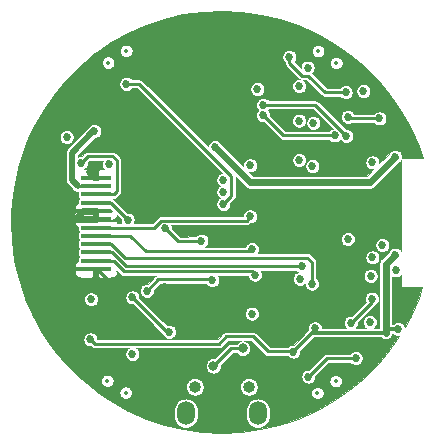
<source format=gbr>
%TF.GenerationSoftware,KiCad,Pcbnew,5.1.7+dfsg1-1~bpo10+1*%
%TF.CreationDate,Date%
%TF.ProjectId,osw-light,6f73772d-6c69-4676-9874-2e6b69636164,3.2*%
%TF.SameCoordinates,Original*%
%TF.FileFunction,Copper,L4,Bot*%
%TF.FilePolarity,Positive*%
%FSLAX46Y46*%
G04 Gerber Fmt 4.6, Leading zero omitted, Abs format (unit mm)*
G04 Created by KiCad*
%MOMM*%
%LPD*%
G01*
G04 APERTURE LIST*
%TA.AperFunction,ComponentPad*%
%ADD10O,1.500000X2.000000*%
%TD*%
%TA.AperFunction,SMDPad,CuDef*%
%ADD11R,2.500000X0.350000*%
%TD*%
%TA.AperFunction,ViaPad*%
%ADD12C,0.685800*%
%TD*%
%TA.AperFunction,ViaPad*%
%ADD13C,0.800000*%
%TD*%
%TA.AperFunction,Conductor*%
%ADD14C,0.250000*%
%TD*%
%TA.AperFunction,Conductor*%
%ADD15C,0.600000*%
%TD*%
%TA.AperFunction,Conductor*%
%ADD16C,0.300000*%
%TD*%
%TA.AperFunction,Conductor*%
%ADD17C,0.500000*%
%TD*%
%TA.AperFunction,Conductor*%
%ADD18C,0.100000*%
%TD*%
%ADD19C,0.330200*%
%ADD20C,0.350000*%
%ADD21O,0.999999X0.999999*%
%ADD22O,0.750000X1.200000*%
G04 APERTURE END LIST*
D10*
%TO.P,U5,*%
%TO.N,*%
X79248000Y-117792500D03*
X73152000Y-117792500D03*
%TD*%
D11*
%TO.P,U4,6*%
%TO.N,GND*%
X65528000Y-101377000D03*
%TO.P,U4,5*%
X65528000Y-100677000D03*
%TO.P,U4,4*%
%TO.N,/3V3_2*%
X65528000Y-99977000D03*
%TO.P,U4,3*%
%TO.N,Net-(R1-Pad2)*%
X65528000Y-99277000D03*
%TO.P,U4,2*%
%TO.N,/LEDK*%
X65528000Y-98577000D03*
%TO.P,U4,1*%
%TO.N,GND*%
X65528000Y-97877000D03*
%TO.P,U4,7*%
%TO.N,/TFT_DC*%
X65528000Y-102077000D03*
%TO.P,U4,8*%
%TO.N,/TFT_CS*%
X65528000Y-102777000D03*
%TO.P,U4,9*%
%TO.N,/SCK*%
X65528000Y-103477000D03*
%TO.P,U4,10*%
%TO.N,/MOSI*%
X65528000Y-104177000D03*
%TO.P,U4,11*%
%TO.N,/TFT_RST*%
X65528000Y-104877000D03*
%TO.P,U4,12*%
%TO.N,GND*%
X65528000Y-105577000D03*
%TD*%
D12*
%TO.N,/EN*%
X87528400Y-113131600D03*
X83515200Y-114706400D03*
X88722100Y-110083600D03*
X88798400Y-106172000D03*
X88950800Y-104597200D03*
X88950800Y-96570800D03*
%TO.N,+3V3*%
X84077622Y-110615633D03*
X90864704Y-96082901D03*
X90864704Y-104369514D03*
X65074800Y-111556800D03*
X75613610Y-95273210D03*
X91135200Y-110680500D03*
X82245200Y-112585500D03*
X79215001Y-90355499D03*
X82740500Y-93027500D03*
X89535000Y-92837000D03*
X86867747Y-92709747D03*
%TO.N,/FLASH*%
X68630800Y-112776000D03*
X78740000Y-109372400D03*
%TO.N,GND*%
X71424800Y-109423200D03*
X71424800Y-107137200D03*
X71424800Y-107899200D03*
X71424800Y-108661200D03*
X77165200Y-95097600D03*
X63703200Y-106883200D03*
X70358000Y-98392100D03*
X70205600Y-100177600D03*
X74777600Y-100126800D03*
X73456800Y-97231200D03*
X68783200Y-97154900D03*
X74726800Y-91897200D03*
X77419200Y-88595200D03*
X80404251Y-111905123D03*
X85242400Y-113944400D03*
X91592400Y-109626400D03*
X74498300Y-98247200D03*
X91541600Y-93421200D03*
X89662000Y-90449400D03*
X82245200Y-85191600D03*
X81229200Y-84886800D03*
X80365600Y-84683600D03*
X70154800Y-85242400D03*
X61264800Y-92557600D03*
X59372500Y-97218500D03*
X59055000Y-98552000D03*
X59690000Y-107442000D03*
X60274200Y-108559600D03*
X60833000Y-109651800D03*
X61264800Y-110642400D03*
X62788800Y-112776000D03*
X63449200Y-113487200D03*
X70307200Y-117906800D03*
X71221600Y-118211600D03*
X80924400Y-118414800D03*
X81889600Y-118110000D03*
X88442800Y-113944400D03*
X89154000Y-113334800D03*
X89865200Y-112496600D03*
X71018400Y-96266000D03*
X71069200Y-94437200D03*
X87884000Y-103733600D03*
X87934800Y-100939600D03*
X86156800Y-104495600D03*
X85699600Y-106222800D03*
X74726800Y-109016800D03*
X76250800Y-109016800D03*
X80060800Y-109982000D03*
X81432400Y-109880400D03*
X81584800Y-111353600D03*
X81635600Y-114198400D03*
X81534000Y-116027200D03*
X70967600Y-116230400D03*
X71628000Y-114452400D03*
X65328800Y-109982000D03*
X61061600Y-108000800D03*
X72781323Y-100548277D03*
X63119000Y-101498500D03*
X83756500Y-90678000D03*
X81661000Y-93218000D03*
X65341500Y-95059500D03*
X63881000Y-93980000D03*
X62166500Y-96456500D03*
X66774068Y-106740292D03*
X65060386Y-97373941D03*
%TO.N,/VBAT*%
X75394514Y-106531819D03*
X69849900Y-107442000D03*
%TO.N,/LEDK*%
X65405000Y-93916500D03*
%TO.N,/TX*%
X87122000Y-110134400D03*
X88900000Y-108100000D03*
%TO.N,/BTN2*%
X68122800Y-89916000D03*
X76336000Y-100076000D03*
%TO.N,/BTN3*%
X88188800Y-90525600D03*
X83464400Y-88544400D03*
X76336000Y-98044000D03*
%TO.N,/SCL*%
X81915000Y-87630000D03*
X86677500Y-90620899D03*
X89789000Y-103568500D03*
%TO.N,/SDA*%
X82740500Y-90106500D03*
X83947000Y-93218000D03*
X86868000Y-103060500D03*
%TO.N,/PIN_LED*%
X63055500Y-94424500D03*
X76336000Y-99060000D03*
%TO.N,/MOSI*%
X82956400Y-105342410D03*
X90932000Y-105714800D03*
%TO.N,/IO34*%
X79692500Y-91694000D03*
X86740606Y-94330174D03*
%TO.N,/IO35*%
X79692500Y-92579803D03*
X85744189Y-94278311D03*
%TO.N,Net-(R1-Pad2)*%
X64284973Y-96598527D03*
%TO.N,Net-(R14-Pad1)*%
X71399500Y-102158800D03*
X74472800Y-103200200D03*
%TO.N,Net-(R15-Pad1)*%
X68630800Y-108000800D03*
X71729600Y-110917100D03*
%TO.N,/B_MON*%
X65125600Y-108153200D03*
X82753200Y-96367600D03*
%TO.N,/TFT_DC*%
X78587600Y-96824800D03*
X78587600Y-101142800D03*
%TO.N,/TFT_CS*%
X78740000Y-103892410D03*
X82804000Y-106426000D03*
%TO.N,/TFT_RST*%
X78994000Y-106067410D03*
X83870800Y-96875600D03*
%TO.N,/SCK*%
X83820000Y-106832400D03*
%TO.N,/3V3_2*%
X68212910Y-101402887D03*
X66611500Y-96710500D03*
D13*
%TO.N,/D_N*%
X75475000Y-113792000D03*
X77958703Y-112312203D03*
%TD*%
D14*
%TO.N,/EN*%
X85090000Y-113131600D02*
X83515200Y-114706400D01*
X87528400Y-113131600D02*
X85090000Y-113131600D01*
D15*
%TO.N,+3V3*%
X90864704Y-104369514D02*
X90089099Y-105145119D01*
X88714804Y-98232801D02*
X90864704Y-96082901D01*
X78573201Y-98232801D02*
X88714804Y-98232801D01*
X75613610Y-95273210D02*
X78573201Y-98232801D01*
X90089099Y-105145119D02*
X90089099Y-110967899D01*
D16*
X90376498Y-110680500D02*
X90089099Y-110967899D01*
X91135200Y-110680500D02*
X90376498Y-110680500D01*
D14*
X80083658Y-112573024D02*
X82207100Y-112573024D01*
X78805933Y-111295299D02*
X80083658Y-112573024D01*
X76590607Y-111295299D02*
X78805933Y-111295299D01*
X75986207Y-111899699D02*
X76590607Y-111295299D01*
X65417699Y-111899699D02*
X75986207Y-111899699D01*
X65074800Y-111556800D02*
X65417699Y-111899699D01*
D16*
X82232724Y-112573024D02*
X82245200Y-112585500D01*
X82207100Y-112573024D02*
X82232724Y-112573024D01*
X83862801Y-110967899D02*
X90089099Y-110967899D01*
X82245200Y-112585500D02*
X83862801Y-110967899D01*
X84077622Y-110753078D02*
X83862801Y-110967899D01*
X84077622Y-110615633D02*
X84077622Y-110753078D01*
D14*
X89535000Y-92837000D02*
X86995000Y-92837000D01*
X86995000Y-92837000D02*
X86867747Y-92709747D01*
D15*
%TO.N,GND*%
X63631500Y-101498500D02*
X63119000Y-101498500D01*
X64453000Y-100677000D02*
X63631500Y-101498500D01*
X65528000Y-100677000D02*
X64453000Y-100677000D01*
X63240500Y-101377000D02*
X63119000Y-101498500D01*
X65528000Y-101377000D02*
X63240500Y-101377000D01*
D14*
X66838002Y-100677000D02*
X65528000Y-100677000D01*
X65610776Y-105577000D02*
X66774068Y-106740292D01*
X65528000Y-105577000D02*
X65610776Y-105577000D01*
X65528000Y-97841555D02*
X65060386Y-97373941D01*
X65528000Y-97877000D02*
X65528000Y-97841555D01*
%TO.N,/VBAT*%
X75331994Y-106469299D02*
X70822601Y-106469299D01*
X70822601Y-106469299D02*
X69849900Y-107442000D01*
X75394514Y-106531819D02*
X75331994Y-106469299D01*
%TO.N,/LEDK*%
X64028000Y-98577000D02*
X64003000Y-98552000D01*
X65528000Y-98577000D02*
X64028000Y-98577000D01*
D17*
X63492072Y-95735434D02*
X65311006Y-93916500D01*
X63492072Y-98041072D02*
X63492072Y-95735434D01*
X65311006Y-93916500D02*
X65405000Y-93916500D01*
X64028000Y-98577000D02*
X63492072Y-98041072D01*
D14*
%TO.N,/TX*%
X88900000Y-108356400D02*
X88900000Y-108100000D01*
X87122000Y-110134400D02*
X88900000Y-108356400D01*
%TO.N,/BTN2*%
X77003901Y-99408099D02*
X76336000Y-100076000D01*
X77003901Y-97723407D02*
X77003901Y-99408099D01*
X69196494Y-89916000D02*
X77003901Y-97723407D01*
X68122800Y-89916000D02*
X69196494Y-89916000D01*
%TO.N,/SCL*%
X84905899Y-90620899D02*
X86677500Y-90620899D01*
X83497301Y-89212301D02*
X84905899Y-90620899D01*
X83012368Y-89212301D02*
X83497301Y-89212301D01*
X81915000Y-88114933D02*
X83012368Y-89212301D01*
X81915000Y-87630000D02*
X81915000Y-88114933D01*
%TO.N,/MOSI*%
X66901592Y-104177000D02*
X68067002Y-105342410D01*
X68067002Y-105342410D02*
X82956400Y-105342410D01*
X65528000Y-104177000D02*
X66901592Y-104177000D01*
%TO.N,/IO34*%
X84104432Y-91694000D02*
X86740606Y-94330174D01*
X79692500Y-91694000D02*
X84104432Y-91694000D01*
%TO.N,/IO35*%
X81391008Y-94278311D02*
X85744189Y-94278311D01*
X79692500Y-92579803D02*
X81391008Y-94278311D01*
%TO.N,Net-(R1-Pad2)*%
X66932093Y-96042599D02*
X64840901Y-96042599D01*
X67288012Y-96398518D02*
X66932093Y-96042599D01*
X67288012Y-99016988D02*
X67288012Y-96398518D01*
X64840901Y-96042599D02*
X64284973Y-96598527D01*
X67028000Y-99277000D02*
X67288012Y-99016988D01*
X65528000Y-99277000D02*
X67028000Y-99277000D01*
%TO.N,Net-(R14-Pad1)*%
X72466300Y-103225600D02*
X71399500Y-102158800D01*
X74472800Y-103200200D02*
X72466300Y-103225600D01*
%TO.N,Net-(R15-Pad1)*%
X71547100Y-110917100D02*
X71729600Y-110917100D01*
X68630800Y-108000800D02*
X71547100Y-110917100D01*
%TO.N,/TFT_DC*%
X70492806Y-102077000D02*
X65528000Y-102077000D01*
X78326099Y-101490899D02*
X71078907Y-101490899D01*
X78587600Y-101142800D02*
X78326099Y-101490899D01*
X71078907Y-101490899D02*
X70492806Y-102077000D01*
%TO.N,/TFT_CS*%
X65528000Y-102777000D02*
X68459600Y-102777000D01*
X68459600Y-102777000D02*
X69771800Y-104089200D01*
X78543210Y-104089200D02*
X78740000Y-103892410D01*
X69771800Y-104089200D02*
X78543210Y-104089200D01*
%TO.N,/TFT_RST*%
X65528000Y-104877000D02*
X66421400Y-104877000D01*
X66497200Y-104952800D02*
X67040982Y-104952800D01*
X66421400Y-104877000D02*
X66497200Y-104952800D01*
X67040982Y-104952800D02*
X67880602Y-105792420D01*
X78719010Y-105792420D02*
X78994000Y-106067410D01*
X67880602Y-105792420D02*
X78719010Y-105792420D01*
%TO.N,/SCK*%
X67978412Y-104617410D02*
X66838002Y-103477000D01*
X83433810Y-104617410D02*
X67978412Y-104617410D01*
X83820000Y-105003600D02*
X83433810Y-104617410D01*
X66838002Y-103477000D02*
X65528000Y-103477000D01*
X83820000Y-106832400D02*
X83820000Y-105003600D01*
%TO.N,/3V3_2*%
X66787023Y-99977000D02*
X68212910Y-101402887D01*
X65528000Y-99977000D02*
X66787023Y-99977000D01*
%TO.N,/D_N*%
X76954797Y-112312203D02*
X77958703Y-112312203D01*
X75475000Y-113792000D02*
X76954797Y-112312203D01*
%TD*%
D18*
%TO.N,GND*%
X77849771Y-83815978D02*
X79485443Y-84044401D01*
X81093021Y-84422935D01*
X82658748Y-84948340D01*
X84169268Y-85616134D01*
X85611631Y-86420593D01*
X86973522Y-87354846D01*
X88243294Y-88410903D01*
X89410096Y-89579743D01*
X90463933Y-90851353D01*
X91395807Y-92214872D01*
X92197753Y-93658645D01*
X92862908Y-95170325D01*
X93201943Y-96186542D01*
X91445281Y-96203247D01*
X91457604Y-96141297D01*
X91457604Y-96024505D01*
X91434819Y-95909958D01*
X91390125Y-95802057D01*
X91325240Y-95704949D01*
X91242656Y-95622365D01*
X91145548Y-95557480D01*
X91037647Y-95512786D01*
X90923100Y-95490001D01*
X90806308Y-95490001D01*
X90691761Y-95512786D01*
X90583860Y-95557480D01*
X90486752Y-95622365D01*
X90404168Y-95704949D01*
X90339283Y-95802057D01*
X90319167Y-95850621D01*
X89543700Y-96626088D01*
X89543700Y-96512404D01*
X89520915Y-96397857D01*
X89476221Y-96289956D01*
X89411336Y-96192848D01*
X89328752Y-96110264D01*
X89231644Y-96045379D01*
X89123743Y-96000685D01*
X89009196Y-95977900D01*
X88892404Y-95977900D01*
X88777857Y-96000685D01*
X88669956Y-96045379D01*
X88572848Y-96110264D01*
X88490264Y-96192848D01*
X88425379Y-96289956D01*
X88380685Y-96397857D01*
X88357900Y-96512404D01*
X88357900Y-96629196D01*
X88380685Y-96743743D01*
X88425379Y-96851644D01*
X88490264Y-96948752D01*
X88572848Y-97031336D01*
X88669956Y-97096221D01*
X88777857Y-97140915D01*
X88892404Y-97163700D01*
X89006088Y-97163700D01*
X88486987Y-97682801D01*
X78801018Y-97682801D01*
X78535917Y-97417700D01*
X78645996Y-97417700D01*
X78760543Y-97394915D01*
X78868444Y-97350221D01*
X78965552Y-97285336D01*
X79048136Y-97202752D01*
X79113021Y-97105644D01*
X79157715Y-96997743D01*
X79180500Y-96883196D01*
X79180500Y-96766404D01*
X79157715Y-96651857D01*
X79113021Y-96543956D01*
X79048136Y-96446848D01*
X78965552Y-96364264D01*
X78883149Y-96309204D01*
X82160300Y-96309204D01*
X82160300Y-96425996D01*
X82183085Y-96540543D01*
X82227779Y-96648444D01*
X82292664Y-96745552D01*
X82375248Y-96828136D01*
X82472356Y-96893021D01*
X82580257Y-96937715D01*
X82694804Y-96960500D01*
X82811596Y-96960500D01*
X82926143Y-96937715D01*
X83034044Y-96893021D01*
X83131152Y-96828136D01*
X83142084Y-96817204D01*
X83277900Y-96817204D01*
X83277900Y-96933996D01*
X83300685Y-97048543D01*
X83345379Y-97156444D01*
X83410264Y-97253552D01*
X83492848Y-97336136D01*
X83589956Y-97401021D01*
X83697857Y-97445715D01*
X83812404Y-97468500D01*
X83929196Y-97468500D01*
X84043743Y-97445715D01*
X84151644Y-97401021D01*
X84248752Y-97336136D01*
X84331336Y-97253552D01*
X84396221Y-97156444D01*
X84440915Y-97048543D01*
X84463700Y-96933996D01*
X84463700Y-96817204D01*
X84440915Y-96702657D01*
X84396221Y-96594756D01*
X84331336Y-96497648D01*
X84248752Y-96415064D01*
X84151644Y-96350179D01*
X84043743Y-96305485D01*
X83929196Y-96282700D01*
X83812404Y-96282700D01*
X83697857Y-96305485D01*
X83589956Y-96350179D01*
X83492848Y-96415064D01*
X83410264Y-96497648D01*
X83345379Y-96594756D01*
X83300685Y-96702657D01*
X83277900Y-96817204D01*
X83142084Y-96817204D01*
X83213736Y-96745552D01*
X83278621Y-96648444D01*
X83323315Y-96540543D01*
X83346100Y-96425996D01*
X83346100Y-96309204D01*
X83323315Y-96194657D01*
X83278621Y-96086756D01*
X83213736Y-95989648D01*
X83131152Y-95907064D01*
X83034044Y-95842179D01*
X82926143Y-95797485D01*
X82811596Y-95774700D01*
X82694804Y-95774700D01*
X82580257Y-95797485D01*
X82472356Y-95842179D01*
X82375248Y-95907064D01*
X82292664Y-95989648D01*
X82227779Y-96086756D01*
X82183085Y-96194657D01*
X82160300Y-96309204D01*
X78883149Y-96309204D01*
X78868444Y-96299379D01*
X78760543Y-96254685D01*
X78645996Y-96231900D01*
X78529204Y-96231900D01*
X78414657Y-96254685D01*
X78306756Y-96299379D01*
X78209648Y-96364264D01*
X78127064Y-96446848D01*
X78062179Y-96543956D01*
X78017485Y-96651857D01*
X77994700Y-96766404D01*
X77994700Y-96876483D01*
X76159147Y-95040930D01*
X76139031Y-94992366D01*
X76074146Y-94895258D01*
X75991562Y-94812674D01*
X75894454Y-94747789D01*
X75786553Y-94703095D01*
X75672006Y-94680310D01*
X75555214Y-94680310D01*
X75440667Y-94703095D01*
X75332766Y-94747789D01*
X75235658Y-94812674D01*
X75153074Y-94895258D01*
X75088189Y-94992366D01*
X75043495Y-95100267D01*
X75021528Y-95210704D01*
X71446428Y-91635604D01*
X79099600Y-91635604D01*
X79099600Y-91752396D01*
X79122385Y-91866943D01*
X79167079Y-91974844D01*
X79231964Y-92071952D01*
X79296914Y-92136902D01*
X79231964Y-92201851D01*
X79167079Y-92298959D01*
X79122385Y-92406860D01*
X79099600Y-92521407D01*
X79099600Y-92638199D01*
X79122385Y-92752746D01*
X79167079Y-92860647D01*
X79231964Y-92957755D01*
X79314548Y-93040339D01*
X79411656Y-93105224D01*
X79519557Y-93149918D01*
X79634104Y-93172703D01*
X79750896Y-93172703D01*
X79754378Y-93172010D01*
X81112817Y-94530450D01*
X81124560Y-94544759D01*
X81181661Y-94591620D01*
X81246808Y-94626442D01*
X81317495Y-94647885D01*
X81372589Y-94653311D01*
X81372591Y-94653311D01*
X81391007Y-94655125D01*
X81409423Y-94653311D01*
X85281681Y-94653311D01*
X85283653Y-94656263D01*
X85366237Y-94738847D01*
X85463345Y-94803732D01*
X85571246Y-94848426D01*
X85685793Y-94871211D01*
X85802585Y-94871211D01*
X85917132Y-94848426D01*
X86025033Y-94803732D01*
X86122141Y-94738847D01*
X86204725Y-94656263D01*
X86225071Y-94625813D01*
X86280070Y-94708126D01*
X86362654Y-94790710D01*
X86459762Y-94855595D01*
X86567663Y-94900289D01*
X86682210Y-94923074D01*
X86799002Y-94923074D01*
X86913549Y-94900289D01*
X87021450Y-94855595D01*
X87118558Y-94790710D01*
X87201142Y-94708126D01*
X87266027Y-94611018D01*
X87310721Y-94503117D01*
X87333506Y-94388570D01*
X87333506Y-94271778D01*
X87310721Y-94157231D01*
X87266027Y-94049330D01*
X87201142Y-93952222D01*
X87118558Y-93869638D01*
X87021450Y-93804753D01*
X86913549Y-93760059D01*
X86799002Y-93737274D01*
X86682210Y-93737274D01*
X86678728Y-93737967D01*
X85592112Y-92651351D01*
X86274847Y-92651351D01*
X86274847Y-92768143D01*
X86297632Y-92882690D01*
X86342326Y-92990591D01*
X86407211Y-93087699D01*
X86489795Y-93170283D01*
X86586903Y-93235168D01*
X86694804Y-93279862D01*
X86809351Y-93302647D01*
X86926143Y-93302647D01*
X87040690Y-93279862D01*
X87148591Y-93235168D01*
X87183265Y-93212000D01*
X89072492Y-93212000D01*
X89074464Y-93214952D01*
X89157048Y-93297536D01*
X89254156Y-93362421D01*
X89362057Y-93407115D01*
X89476604Y-93429900D01*
X89593396Y-93429900D01*
X89707943Y-93407115D01*
X89815844Y-93362421D01*
X89912952Y-93297536D01*
X89995536Y-93214952D01*
X90060421Y-93117844D01*
X90105115Y-93009943D01*
X90127900Y-92895396D01*
X90127900Y-92778604D01*
X90105115Y-92664057D01*
X90060421Y-92556156D01*
X89995536Y-92459048D01*
X89912952Y-92376464D01*
X89815844Y-92311579D01*
X89707943Y-92266885D01*
X89593396Y-92244100D01*
X89476604Y-92244100D01*
X89362057Y-92266885D01*
X89254156Y-92311579D01*
X89157048Y-92376464D01*
X89074464Y-92459048D01*
X89072492Y-92462000D01*
X87406877Y-92462000D01*
X87393168Y-92428903D01*
X87328283Y-92331795D01*
X87245699Y-92249211D01*
X87148591Y-92184326D01*
X87040690Y-92139632D01*
X86926143Y-92116847D01*
X86809351Y-92116847D01*
X86694804Y-92139632D01*
X86586903Y-92184326D01*
X86489795Y-92249211D01*
X86407211Y-92331795D01*
X86342326Y-92428903D01*
X86297632Y-92536804D01*
X86274847Y-92651351D01*
X85592112Y-92651351D01*
X84382627Y-91441866D01*
X84370880Y-91427552D01*
X84313779Y-91380691D01*
X84248632Y-91345869D01*
X84177945Y-91324426D01*
X84122851Y-91319000D01*
X84122848Y-91319000D01*
X84104432Y-91317186D01*
X84086016Y-91319000D01*
X80155008Y-91319000D01*
X80153036Y-91316048D01*
X80070452Y-91233464D01*
X79973344Y-91168579D01*
X79865443Y-91123885D01*
X79750896Y-91101100D01*
X79634104Y-91101100D01*
X79519557Y-91123885D01*
X79411656Y-91168579D01*
X79314548Y-91233464D01*
X79231964Y-91316048D01*
X79167079Y-91413156D01*
X79122385Y-91521057D01*
X79099600Y-91635604D01*
X71446428Y-91635604D01*
X70107927Y-90297103D01*
X78622101Y-90297103D01*
X78622101Y-90413895D01*
X78644886Y-90528442D01*
X78689580Y-90636343D01*
X78754465Y-90733451D01*
X78837049Y-90816035D01*
X78934157Y-90880920D01*
X79042058Y-90925614D01*
X79156605Y-90948399D01*
X79273397Y-90948399D01*
X79387944Y-90925614D01*
X79495845Y-90880920D01*
X79592953Y-90816035D01*
X79675537Y-90733451D01*
X79740422Y-90636343D01*
X79785116Y-90528442D01*
X79807901Y-90413895D01*
X79807901Y-90297103D01*
X79785116Y-90182556D01*
X79740422Y-90074655D01*
X79675537Y-89977547D01*
X79592953Y-89894963D01*
X79495845Y-89830078D01*
X79387944Y-89785384D01*
X79273397Y-89762599D01*
X79156605Y-89762599D01*
X79042058Y-89785384D01*
X78934157Y-89830078D01*
X78837049Y-89894963D01*
X78754465Y-89977547D01*
X78689580Y-90074655D01*
X78644886Y-90182556D01*
X78622101Y-90297103D01*
X70107927Y-90297103D01*
X69474689Y-89663866D01*
X69462942Y-89649552D01*
X69405841Y-89602691D01*
X69340694Y-89567869D01*
X69270007Y-89546426D01*
X69214913Y-89541000D01*
X69214910Y-89541000D01*
X69196494Y-89539186D01*
X69178078Y-89541000D01*
X68585308Y-89541000D01*
X68583336Y-89538048D01*
X68500752Y-89455464D01*
X68403644Y-89390579D01*
X68295743Y-89345885D01*
X68181196Y-89323100D01*
X68064404Y-89323100D01*
X67949857Y-89345885D01*
X67841956Y-89390579D01*
X67744848Y-89455464D01*
X67662264Y-89538048D01*
X67597379Y-89635156D01*
X67552685Y-89743057D01*
X67529900Y-89857604D01*
X67529900Y-89974396D01*
X67552685Y-90088943D01*
X67597379Y-90196844D01*
X67662264Y-90293952D01*
X67744848Y-90376536D01*
X67841956Y-90441421D01*
X67949857Y-90486115D01*
X68064404Y-90508900D01*
X68181196Y-90508900D01*
X68295743Y-90486115D01*
X68403644Y-90441421D01*
X68500752Y-90376536D01*
X68583336Y-90293952D01*
X68585308Y-90291000D01*
X69041165Y-90291000D01*
X76213930Y-97463766D01*
X76163057Y-97473885D01*
X76055156Y-97518579D01*
X75958048Y-97583464D01*
X75875464Y-97666048D01*
X75810579Y-97763156D01*
X75765885Y-97871057D01*
X75743100Y-97985604D01*
X75743100Y-98102396D01*
X75765885Y-98216943D01*
X75810579Y-98324844D01*
X75875464Y-98421952D01*
X75958048Y-98504536D01*
X76029083Y-98552000D01*
X75958048Y-98599464D01*
X75875464Y-98682048D01*
X75810579Y-98779156D01*
X75765885Y-98887057D01*
X75743100Y-99001604D01*
X75743100Y-99118396D01*
X75765885Y-99232943D01*
X75810579Y-99340844D01*
X75875464Y-99437952D01*
X75958048Y-99520536D01*
X76029083Y-99568000D01*
X75958048Y-99615464D01*
X75875464Y-99698048D01*
X75810579Y-99795156D01*
X75765885Y-99903057D01*
X75743100Y-100017604D01*
X75743100Y-100134396D01*
X75765885Y-100248943D01*
X75810579Y-100356844D01*
X75875464Y-100453952D01*
X75958048Y-100536536D01*
X76055156Y-100601421D01*
X76163057Y-100646115D01*
X76277604Y-100668900D01*
X76394396Y-100668900D01*
X76508943Y-100646115D01*
X76616844Y-100601421D01*
X76713952Y-100536536D01*
X76796536Y-100453952D01*
X76861421Y-100356844D01*
X76906115Y-100248943D01*
X76928900Y-100134396D01*
X76928900Y-100017604D01*
X76928207Y-100014122D01*
X77256040Y-99686290D01*
X77270349Y-99674547D01*
X77293306Y-99646573D01*
X77317211Y-99617446D01*
X77352031Y-99552300D01*
X77352032Y-99552299D01*
X77373475Y-99481612D01*
X77378901Y-99426518D01*
X77378901Y-99426515D01*
X77380715Y-99408099D01*
X77378901Y-99389683D01*
X77378901Y-97816318D01*
X78165188Y-98602605D01*
X78182411Y-98623591D01*
X78203397Y-98640814D01*
X78266159Y-98692322D01*
X78361706Y-98743393D01*
X78420889Y-98761346D01*
X78465382Y-98774843D01*
X78546183Y-98782801D01*
X78546190Y-98782801D01*
X78573201Y-98785461D01*
X78600212Y-98782801D01*
X88687796Y-98782801D01*
X88714804Y-98785461D01*
X88741812Y-98782801D01*
X88741822Y-98782801D01*
X88822623Y-98774843D01*
X88926298Y-98743393D01*
X89021846Y-98692322D01*
X89105594Y-98623591D01*
X89122817Y-98602605D01*
X91096984Y-96628438D01*
X91145548Y-96608322D01*
X91242656Y-96543437D01*
X91325240Y-96460853D01*
X91390000Y-96363932D01*
X91390000Y-104088483D01*
X91325240Y-103991562D01*
X91242656Y-103908978D01*
X91145548Y-103844093D01*
X91037647Y-103799399D01*
X90923100Y-103776614D01*
X90806308Y-103776614D01*
X90691761Y-103799399D01*
X90583860Y-103844093D01*
X90486752Y-103908978D01*
X90404168Y-103991562D01*
X90339283Y-104088670D01*
X90319168Y-104137232D01*
X89719295Y-104737106D01*
X89698309Y-104754329D01*
X89629578Y-104838077D01*
X89578507Y-104933626D01*
X89547057Y-105037301D01*
X89539099Y-105118102D01*
X89539099Y-105118111D01*
X89536439Y-105145119D01*
X89539099Y-105172127D01*
X89539100Y-110567899D01*
X89064488Y-110567899D01*
X89100052Y-110544136D01*
X89182636Y-110461552D01*
X89247521Y-110364444D01*
X89292215Y-110256543D01*
X89315000Y-110141996D01*
X89315000Y-110025204D01*
X89292215Y-109910657D01*
X89247521Y-109802756D01*
X89182636Y-109705648D01*
X89100052Y-109623064D01*
X89002944Y-109558179D01*
X88895043Y-109513485D01*
X88780496Y-109490700D01*
X88663704Y-109490700D01*
X88549157Y-109513485D01*
X88441256Y-109558179D01*
X88344148Y-109623064D01*
X88261564Y-109705648D01*
X88196679Y-109802756D01*
X88151985Y-109910657D01*
X88129200Y-110025204D01*
X88129200Y-110141996D01*
X88151985Y-110256543D01*
X88196679Y-110364444D01*
X88261564Y-110461552D01*
X88344148Y-110544136D01*
X88379712Y-110567899D01*
X87526989Y-110567899D01*
X87582536Y-110512352D01*
X87647421Y-110415244D01*
X87692115Y-110307343D01*
X87714900Y-110192796D01*
X87714900Y-110076004D01*
X87714207Y-110072522D01*
X89147496Y-108639234D01*
X89180844Y-108625421D01*
X89277952Y-108560536D01*
X89360536Y-108477952D01*
X89425421Y-108380844D01*
X89470115Y-108272943D01*
X89492900Y-108158396D01*
X89492900Y-108041604D01*
X89470115Y-107927057D01*
X89425421Y-107819156D01*
X89360536Y-107722048D01*
X89277952Y-107639464D01*
X89180844Y-107574579D01*
X89072943Y-107529885D01*
X88958396Y-107507100D01*
X88841604Y-107507100D01*
X88727057Y-107529885D01*
X88619156Y-107574579D01*
X88522048Y-107639464D01*
X88439464Y-107722048D01*
X88374579Y-107819156D01*
X88329885Y-107927057D01*
X88307100Y-108041604D01*
X88307100Y-108158396D01*
X88329885Y-108272943D01*
X88365982Y-108360088D01*
X87183878Y-109542193D01*
X87180396Y-109541500D01*
X87063604Y-109541500D01*
X86949057Y-109564285D01*
X86841156Y-109608979D01*
X86744048Y-109673864D01*
X86661464Y-109756448D01*
X86596579Y-109853556D01*
X86551885Y-109961457D01*
X86529100Y-110076004D01*
X86529100Y-110192796D01*
X86551885Y-110307343D01*
X86596579Y-110415244D01*
X86661464Y-110512352D01*
X86717011Y-110567899D01*
X84670522Y-110567899D01*
X84670522Y-110557237D01*
X84647737Y-110442690D01*
X84603043Y-110334789D01*
X84538158Y-110237681D01*
X84455574Y-110155097D01*
X84358466Y-110090212D01*
X84250565Y-110045518D01*
X84136018Y-110022733D01*
X84019226Y-110022733D01*
X83904679Y-110045518D01*
X83796778Y-110090212D01*
X83699670Y-110155097D01*
X83617086Y-110237681D01*
X83552201Y-110334789D01*
X83507507Y-110442690D01*
X83484722Y-110557237D01*
X83484722Y-110674029D01*
X83502352Y-110762662D01*
X82272415Y-111992600D01*
X82186804Y-111992600D01*
X82072257Y-112015385D01*
X81964356Y-112060079D01*
X81867248Y-112124964D01*
X81794188Y-112198024D01*
X80238988Y-112198024D01*
X79084128Y-111043165D01*
X79072381Y-111028851D01*
X79015280Y-110981990D01*
X78950133Y-110947168D01*
X78879446Y-110925725D01*
X78824352Y-110920299D01*
X78824349Y-110920299D01*
X78805933Y-110918485D01*
X78787517Y-110920299D01*
X76609023Y-110920299D01*
X76590607Y-110918485D01*
X76572191Y-110920299D01*
X76572188Y-110920299D01*
X76517094Y-110925725D01*
X76446407Y-110947168D01*
X76425714Y-110958229D01*
X76381260Y-110981989D01*
X76348499Y-111008876D01*
X76324159Y-111028851D01*
X76312416Y-111043160D01*
X75830878Y-111524699D01*
X65667700Y-111524699D01*
X65667700Y-111498404D01*
X65644915Y-111383857D01*
X65600221Y-111275956D01*
X65535336Y-111178848D01*
X65452752Y-111096264D01*
X65355644Y-111031379D01*
X65247743Y-110986685D01*
X65133196Y-110963900D01*
X65016404Y-110963900D01*
X64901857Y-110986685D01*
X64793956Y-111031379D01*
X64696848Y-111096264D01*
X64614264Y-111178848D01*
X64549379Y-111275956D01*
X64504685Y-111383857D01*
X64481900Y-111498404D01*
X64481900Y-111615196D01*
X64504685Y-111729743D01*
X64549379Y-111837644D01*
X64614264Y-111934752D01*
X64696848Y-112017336D01*
X64793956Y-112082221D01*
X64901857Y-112126915D01*
X65016404Y-112149700D01*
X65133196Y-112149700D01*
X65136678Y-112149007D01*
X65139508Y-112151838D01*
X65151251Y-112166147D01*
X65165558Y-112177888D01*
X65208351Y-112213008D01*
X65273497Y-112247829D01*
X65273499Y-112247830D01*
X65344186Y-112269273D01*
X65399280Y-112274699D01*
X65399282Y-112274699D01*
X65417698Y-112276513D01*
X65436114Y-112274699D01*
X68313858Y-112274699D01*
X68252848Y-112315464D01*
X68170264Y-112398048D01*
X68105379Y-112495156D01*
X68060685Y-112603057D01*
X68037900Y-112717604D01*
X68037900Y-112834396D01*
X68060685Y-112948943D01*
X68105379Y-113056844D01*
X68170264Y-113153952D01*
X68252848Y-113236536D01*
X68349956Y-113301421D01*
X68457857Y-113346115D01*
X68572404Y-113368900D01*
X68689196Y-113368900D01*
X68803743Y-113346115D01*
X68911644Y-113301421D01*
X69008752Y-113236536D01*
X69091336Y-113153952D01*
X69156221Y-113056844D01*
X69200915Y-112948943D01*
X69223700Y-112834396D01*
X69223700Y-112717604D01*
X69200915Y-112603057D01*
X69156221Y-112495156D01*
X69091336Y-112398048D01*
X69008752Y-112315464D01*
X68947742Y-112274699D01*
X75967791Y-112274699D01*
X75986207Y-112276513D01*
X76004623Y-112274699D01*
X76004626Y-112274699D01*
X76059720Y-112269273D01*
X76130407Y-112247830D01*
X76195554Y-112213008D01*
X76252655Y-112166147D01*
X76264402Y-112151833D01*
X76745937Y-111670299D01*
X77853982Y-111670299D01*
X77769105Y-111687182D01*
X77650813Y-111736181D01*
X77544352Y-111807315D01*
X77453815Y-111897852D01*
X77427522Y-111937203D01*
X76973213Y-111937203D01*
X76954797Y-111935389D01*
X76936381Y-111937203D01*
X76936378Y-111937203D01*
X76881284Y-111942629D01*
X76810597Y-111964072D01*
X76745450Y-111998894D01*
X76688349Y-112045755D01*
X76676606Y-112060064D01*
X75585438Y-113151233D01*
X75539019Y-113142000D01*
X75410981Y-113142000D01*
X75285402Y-113166979D01*
X75167110Y-113215978D01*
X75060649Y-113287112D01*
X74970112Y-113377649D01*
X74898978Y-113484110D01*
X74849979Y-113602402D01*
X74825000Y-113727981D01*
X74825000Y-113856019D01*
X74849979Y-113981598D01*
X74898978Y-114099890D01*
X74970112Y-114206351D01*
X75060649Y-114296888D01*
X75167110Y-114368022D01*
X75285402Y-114417021D01*
X75410981Y-114442000D01*
X75539019Y-114442000D01*
X75664598Y-114417021D01*
X75782890Y-114368022D01*
X75889351Y-114296888D01*
X75979888Y-114206351D01*
X76051022Y-114099890D01*
X76100021Y-113981598D01*
X76125000Y-113856019D01*
X76125000Y-113727981D01*
X76115767Y-113681562D01*
X77110127Y-112687203D01*
X77427522Y-112687203D01*
X77453815Y-112726554D01*
X77544352Y-112817091D01*
X77650813Y-112888225D01*
X77769105Y-112937224D01*
X77894684Y-112962203D01*
X78022722Y-112962203D01*
X78148301Y-112937224D01*
X78266593Y-112888225D01*
X78373054Y-112817091D01*
X78463591Y-112726554D01*
X78534725Y-112620093D01*
X78583724Y-112501801D01*
X78608703Y-112376222D01*
X78608703Y-112248184D01*
X78583724Y-112122605D01*
X78534725Y-112004313D01*
X78463591Y-111897852D01*
X78373054Y-111807315D01*
X78266593Y-111736181D01*
X78148301Y-111687182D01*
X78063424Y-111670299D01*
X78650604Y-111670299D01*
X79805467Y-112825163D01*
X79817210Y-112839472D01*
X79874311Y-112886333D01*
X79939458Y-112921155D01*
X80010145Y-112942598D01*
X80065239Y-112948024D01*
X80065241Y-112948024D01*
X80083657Y-112949838D01*
X80102073Y-112948024D01*
X81774355Y-112948024D01*
X81784664Y-112963452D01*
X81867248Y-113046036D01*
X81964356Y-113110921D01*
X82072257Y-113155615D01*
X82186804Y-113178400D01*
X82303596Y-113178400D01*
X82418143Y-113155615D01*
X82526044Y-113110921D01*
X82623152Y-113046036D01*
X82705736Y-112963452D01*
X82770621Y-112866344D01*
X82815315Y-112758443D01*
X82838100Y-112643896D01*
X82838100Y-112558285D01*
X84028487Y-111367899D01*
X89709532Y-111367899D01*
X89782058Y-111427420D01*
X89877606Y-111478491D01*
X89981281Y-111509941D01*
X90089099Y-111520560D01*
X90196918Y-111509941D01*
X90300593Y-111478491D01*
X90396141Y-111427420D01*
X90479889Y-111358689D01*
X90548620Y-111274941D01*
X90599691Y-111179393D01*
X90629690Y-111080500D01*
X90696712Y-111080500D01*
X90757248Y-111141036D01*
X90854356Y-111205921D01*
X90962257Y-111250615D01*
X91076804Y-111273400D01*
X91193596Y-111273400D01*
X91200820Y-111271963D01*
X90445154Y-112373522D01*
X89389092Y-113643299D01*
X88220261Y-114810091D01*
X86948647Y-115863933D01*
X85585123Y-116795811D01*
X84141350Y-117597755D01*
X82629675Y-118262908D01*
X81063030Y-118785580D01*
X79454797Y-119161307D01*
X77818645Y-119386887D01*
X76200089Y-119460385D01*
X74550229Y-119384022D01*
X72914561Y-119155599D01*
X71306979Y-118777065D01*
X69741252Y-118251660D01*
X68230736Y-117583868D01*
X68068497Y-117493381D01*
X72152000Y-117493381D01*
X72152000Y-118091620D01*
X72166470Y-118238534D01*
X72223651Y-118427035D01*
X72316509Y-118600758D01*
X72441473Y-118753028D01*
X72593743Y-118877992D01*
X72767466Y-118970849D01*
X72955967Y-119028030D01*
X73152000Y-119047338D01*
X73348034Y-119028030D01*
X73536535Y-118970849D01*
X73710258Y-118877992D01*
X73862528Y-118753028D01*
X73987492Y-118600758D01*
X74080349Y-118427035D01*
X74137530Y-118238533D01*
X74152000Y-118091619D01*
X74152000Y-117493381D01*
X78248000Y-117493381D01*
X78248000Y-118091620D01*
X78262470Y-118238534D01*
X78319651Y-118427035D01*
X78412509Y-118600758D01*
X78537473Y-118753028D01*
X78689743Y-118877992D01*
X78863466Y-118970849D01*
X79051967Y-119028030D01*
X79248000Y-119047338D01*
X79444034Y-119028030D01*
X79632535Y-118970849D01*
X79806258Y-118877992D01*
X79958528Y-118753028D01*
X80083492Y-118600758D01*
X80176349Y-118427035D01*
X80233530Y-118238533D01*
X80248000Y-118091619D01*
X80248000Y-117493380D01*
X80233530Y-117346466D01*
X80176349Y-117157965D01*
X80083492Y-116984242D01*
X79958528Y-116831972D01*
X79806258Y-116707008D01*
X79632534Y-116614151D01*
X79444033Y-116556970D01*
X79248000Y-116537662D01*
X79051966Y-116556970D01*
X78863465Y-116614151D01*
X78689742Y-116707008D01*
X78537472Y-116831972D01*
X78412508Y-116984242D01*
X78319651Y-117157966D01*
X78262470Y-117346467D01*
X78248000Y-117493381D01*
X74152000Y-117493381D01*
X74152000Y-117493380D01*
X74137530Y-117346466D01*
X74080349Y-117157965D01*
X73987492Y-116984242D01*
X73862528Y-116831972D01*
X73710258Y-116707008D01*
X73536534Y-116614151D01*
X73348033Y-116556970D01*
X73152000Y-116537662D01*
X72955966Y-116556970D01*
X72767465Y-116614151D01*
X72593742Y-116707008D01*
X72441472Y-116831972D01*
X72316508Y-116984242D01*
X72223651Y-117157966D01*
X72166470Y-117346467D01*
X72152000Y-117493381D01*
X68068497Y-117493381D01*
X66788369Y-116779407D01*
X65655812Y-116002476D01*
X67530578Y-116002476D01*
X67530578Y-116105892D01*
X67550754Y-116207321D01*
X67590329Y-116302865D01*
X67647784Y-116388852D01*
X67720910Y-116461978D01*
X67806897Y-116519433D01*
X67902441Y-116559008D01*
X68003870Y-116579184D01*
X68107286Y-116579184D01*
X68208715Y-116559008D01*
X68304259Y-116519433D01*
X68390246Y-116461978D01*
X68463372Y-116388852D01*
X68520827Y-116302865D01*
X68560402Y-116207321D01*
X68580578Y-116105892D01*
X68580578Y-116002476D01*
X68560402Y-115901047D01*
X68520827Y-115805503D01*
X68463372Y-115719516D01*
X68390246Y-115646390D01*
X68304259Y-115588935D01*
X68208715Y-115549360D01*
X68107286Y-115529184D01*
X68003870Y-115529184D01*
X67902441Y-115549360D01*
X67806897Y-115588935D01*
X67720910Y-115646390D01*
X67647784Y-115719516D01*
X67590329Y-115805503D01*
X67550754Y-115901047D01*
X67530578Y-116002476D01*
X65655812Y-116002476D01*
X65426478Y-115845154D01*
X64409717Y-114999523D01*
X65986166Y-114999523D01*
X65986166Y-115102939D01*
X66006342Y-115204368D01*
X66045917Y-115299912D01*
X66103372Y-115385899D01*
X66176498Y-115459025D01*
X66262485Y-115516480D01*
X66358029Y-115556055D01*
X66459458Y-115576231D01*
X66562874Y-115576231D01*
X66664303Y-115556055D01*
X66759847Y-115516480D01*
X66790301Y-115496131D01*
X73164000Y-115496131D01*
X73164000Y-115643869D01*
X73192822Y-115788767D01*
X73249359Y-115925258D01*
X73331437Y-116048097D01*
X73435903Y-116152563D01*
X73558742Y-116234641D01*
X73695233Y-116291178D01*
X73840131Y-116320000D01*
X73987869Y-116320000D01*
X74132767Y-116291178D01*
X74269258Y-116234641D01*
X74392097Y-116152563D01*
X74496563Y-116048097D01*
X74578641Y-115925258D01*
X74635178Y-115788767D01*
X74664000Y-115643869D01*
X74664000Y-115496131D01*
X77736000Y-115496131D01*
X77736000Y-115643869D01*
X77764822Y-115788767D01*
X77821359Y-115925258D01*
X77903437Y-116048097D01*
X78007903Y-116152563D01*
X78130742Y-116234641D01*
X78267233Y-116291178D01*
X78412131Y-116320000D01*
X78559869Y-116320000D01*
X78704767Y-116291178D01*
X78841258Y-116234641D01*
X78964097Y-116152563D01*
X79068563Y-116048097D01*
X79075936Y-116037061D01*
X83766166Y-116037061D01*
X83766166Y-116140477D01*
X83786342Y-116241906D01*
X83825917Y-116337450D01*
X83883372Y-116423437D01*
X83956498Y-116496563D01*
X84042485Y-116554018D01*
X84138029Y-116593593D01*
X84239458Y-116613769D01*
X84342874Y-116613769D01*
X84444303Y-116593593D01*
X84539847Y-116554018D01*
X84625834Y-116496563D01*
X84698960Y-116423437D01*
X84756415Y-116337450D01*
X84795990Y-116241906D01*
X84816166Y-116140477D01*
X84816166Y-116037061D01*
X84795990Y-115935632D01*
X84756415Y-115840088D01*
X84698960Y-115754101D01*
X84625834Y-115680975D01*
X84539847Y-115623520D01*
X84444303Y-115583945D01*
X84342874Y-115563769D01*
X84239458Y-115563769D01*
X84138029Y-115583945D01*
X84042485Y-115623520D01*
X83956498Y-115680975D01*
X83883372Y-115754101D01*
X83825917Y-115840088D01*
X83786342Y-115935632D01*
X83766166Y-116037061D01*
X79075936Y-116037061D01*
X79150641Y-115925258D01*
X79207178Y-115788767D01*
X79236000Y-115643869D01*
X79236000Y-115496131D01*
X79207178Y-115351233D01*
X79150641Y-115214742D01*
X79068563Y-115091903D01*
X78964097Y-114987437D01*
X78841258Y-114905359D01*
X78704767Y-114848822D01*
X78559869Y-114820000D01*
X78412131Y-114820000D01*
X78267233Y-114848822D01*
X78130742Y-114905359D01*
X78007903Y-114987437D01*
X77903437Y-115091903D01*
X77821359Y-115214742D01*
X77764822Y-115351233D01*
X77736000Y-115496131D01*
X74664000Y-115496131D01*
X74635178Y-115351233D01*
X74578641Y-115214742D01*
X74496563Y-115091903D01*
X74392097Y-114987437D01*
X74269258Y-114905359D01*
X74132767Y-114848822D01*
X73987869Y-114820000D01*
X73840131Y-114820000D01*
X73695233Y-114848822D01*
X73558742Y-114905359D01*
X73435903Y-114987437D01*
X73331437Y-115091903D01*
X73249359Y-115214742D01*
X73192822Y-115351233D01*
X73164000Y-115496131D01*
X66790301Y-115496131D01*
X66845834Y-115459025D01*
X66918960Y-115385899D01*
X66976415Y-115299912D01*
X67015990Y-115204368D01*
X67036166Y-115102939D01*
X67036166Y-114999523D01*
X67015990Y-114898094D01*
X66976415Y-114802550D01*
X66918960Y-114716563D01*
X66850401Y-114648004D01*
X82922300Y-114648004D01*
X82922300Y-114764796D01*
X82945085Y-114879343D01*
X82989779Y-114987244D01*
X83054664Y-115084352D01*
X83137248Y-115166936D01*
X83234356Y-115231821D01*
X83342257Y-115276515D01*
X83456804Y-115299300D01*
X83573596Y-115299300D01*
X83688143Y-115276515D01*
X83796044Y-115231821D01*
X83893152Y-115166936D01*
X83975736Y-115084352D01*
X84009307Y-115034108D01*
X85310578Y-115034108D01*
X85310578Y-115137524D01*
X85330754Y-115238953D01*
X85370329Y-115334497D01*
X85427784Y-115420484D01*
X85500910Y-115493610D01*
X85586897Y-115551065D01*
X85682441Y-115590640D01*
X85783870Y-115610816D01*
X85887286Y-115610816D01*
X85988715Y-115590640D01*
X86084259Y-115551065D01*
X86170246Y-115493610D01*
X86243372Y-115420484D01*
X86300827Y-115334497D01*
X86340402Y-115238953D01*
X86360578Y-115137524D01*
X86360578Y-115034108D01*
X86340402Y-114932679D01*
X86300827Y-114837135D01*
X86243372Y-114751148D01*
X86170246Y-114678022D01*
X86084259Y-114620567D01*
X85988715Y-114580992D01*
X85887286Y-114560816D01*
X85783870Y-114560816D01*
X85682441Y-114580992D01*
X85586897Y-114620567D01*
X85500910Y-114678022D01*
X85427784Y-114751148D01*
X85370329Y-114837135D01*
X85330754Y-114932679D01*
X85310578Y-115034108D01*
X84009307Y-115034108D01*
X84040621Y-114987244D01*
X84085315Y-114879343D01*
X84108100Y-114764796D01*
X84108100Y-114648004D01*
X84107407Y-114644522D01*
X85245330Y-113506600D01*
X87065892Y-113506600D01*
X87067864Y-113509552D01*
X87150448Y-113592136D01*
X87247556Y-113657021D01*
X87355457Y-113701715D01*
X87470004Y-113724500D01*
X87586796Y-113724500D01*
X87701343Y-113701715D01*
X87809244Y-113657021D01*
X87906352Y-113592136D01*
X87988936Y-113509552D01*
X88053821Y-113412444D01*
X88098515Y-113304543D01*
X88121300Y-113189996D01*
X88121300Y-113073204D01*
X88098515Y-112958657D01*
X88053821Y-112850756D01*
X87988936Y-112753648D01*
X87906352Y-112671064D01*
X87809244Y-112606179D01*
X87701343Y-112561485D01*
X87586796Y-112538700D01*
X87470004Y-112538700D01*
X87355457Y-112561485D01*
X87247556Y-112606179D01*
X87150448Y-112671064D01*
X87067864Y-112753648D01*
X87065892Y-112756600D01*
X85108416Y-112756600D01*
X85090000Y-112754786D01*
X85071584Y-112756600D01*
X85071581Y-112756600D01*
X85016487Y-112762026D01*
X84945800Y-112783469D01*
X84925107Y-112794530D01*
X84880653Y-112818290D01*
X84851795Y-112841974D01*
X84823552Y-112865152D01*
X84811809Y-112879461D01*
X83577078Y-114114193D01*
X83573596Y-114113500D01*
X83456804Y-114113500D01*
X83342257Y-114136285D01*
X83234356Y-114180979D01*
X83137248Y-114245864D01*
X83054664Y-114328448D01*
X82989779Y-114425556D01*
X82945085Y-114533457D01*
X82922300Y-114648004D01*
X66850401Y-114648004D01*
X66845834Y-114643437D01*
X66759847Y-114585982D01*
X66664303Y-114546407D01*
X66562874Y-114526231D01*
X66459458Y-114526231D01*
X66358029Y-114546407D01*
X66262485Y-114585982D01*
X66176498Y-114643437D01*
X66103372Y-114716563D01*
X66045917Y-114802550D01*
X66006342Y-114898094D01*
X65986166Y-114999523D01*
X64409717Y-114999523D01*
X64156701Y-114789092D01*
X62989909Y-113620261D01*
X61936067Y-112348647D01*
X61004189Y-110985123D01*
X60202245Y-109541350D01*
X59565750Y-108094804D01*
X64532700Y-108094804D01*
X64532700Y-108211596D01*
X64555485Y-108326143D01*
X64600179Y-108434044D01*
X64665064Y-108531152D01*
X64747648Y-108613736D01*
X64844756Y-108678621D01*
X64952657Y-108723315D01*
X65067204Y-108746100D01*
X65183996Y-108746100D01*
X65298543Y-108723315D01*
X65406444Y-108678621D01*
X65503552Y-108613736D01*
X65586136Y-108531152D01*
X65651021Y-108434044D01*
X65695715Y-108326143D01*
X65718500Y-108211596D01*
X65718500Y-108094804D01*
X65695715Y-107980257D01*
X65680036Y-107942404D01*
X68037900Y-107942404D01*
X68037900Y-108059196D01*
X68060685Y-108173743D01*
X68105379Y-108281644D01*
X68170264Y-108378752D01*
X68252848Y-108461336D01*
X68349956Y-108526221D01*
X68457857Y-108570915D01*
X68572404Y-108593700D01*
X68689196Y-108593700D01*
X68692678Y-108593007D01*
X71151979Y-111052309D01*
X71159485Y-111090043D01*
X71204179Y-111197944D01*
X71269064Y-111295052D01*
X71351648Y-111377636D01*
X71448756Y-111442521D01*
X71556657Y-111487215D01*
X71671204Y-111510000D01*
X71787996Y-111510000D01*
X71902543Y-111487215D01*
X72010444Y-111442521D01*
X72107552Y-111377636D01*
X72190136Y-111295052D01*
X72255021Y-111197944D01*
X72299715Y-111090043D01*
X72322500Y-110975496D01*
X72322500Y-110858704D01*
X72299715Y-110744157D01*
X72255021Y-110636256D01*
X72190136Y-110539148D01*
X72107552Y-110456564D01*
X72010444Y-110391679D01*
X71902543Y-110346985D01*
X71787996Y-110324200D01*
X71671204Y-110324200D01*
X71556657Y-110346985D01*
X71521767Y-110361437D01*
X70474334Y-109314004D01*
X78147100Y-109314004D01*
X78147100Y-109430796D01*
X78169885Y-109545343D01*
X78214579Y-109653244D01*
X78279464Y-109750352D01*
X78362048Y-109832936D01*
X78459156Y-109897821D01*
X78567057Y-109942515D01*
X78681604Y-109965300D01*
X78798396Y-109965300D01*
X78912943Y-109942515D01*
X79020844Y-109897821D01*
X79117952Y-109832936D01*
X79200536Y-109750352D01*
X79265421Y-109653244D01*
X79310115Y-109545343D01*
X79332900Y-109430796D01*
X79332900Y-109314004D01*
X79310115Y-109199457D01*
X79265421Y-109091556D01*
X79200536Y-108994448D01*
X79117952Y-108911864D01*
X79020844Y-108846979D01*
X78912943Y-108802285D01*
X78798396Y-108779500D01*
X78681604Y-108779500D01*
X78567057Y-108802285D01*
X78459156Y-108846979D01*
X78362048Y-108911864D01*
X78279464Y-108994448D01*
X78214579Y-109091556D01*
X78169885Y-109199457D01*
X78147100Y-109314004D01*
X70474334Y-109314004D01*
X69223007Y-108062678D01*
X69223700Y-108059196D01*
X69223700Y-107942404D01*
X69200915Y-107827857D01*
X69156221Y-107719956D01*
X69091336Y-107622848D01*
X69008752Y-107540264D01*
X68911644Y-107475379D01*
X68803743Y-107430685D01*
X68689196Y-107407900D01*
X68572404Y-107407900D01*
X68457857Y-107430685D01*
X68349956Y-107475379D01*
X68252848Y-107540264D01*
X68170264Y-107622848D01*
X68105379Y-107719956D01*
X68060685Y-107827857D01*
X68037900Y-107942404D01*
X65680036Y-107942404D01*
X65651021Y-107872356D01*
X65586136Y-107775248D01*
X65503552Y-107692664D01*
X65406444Y-107627779D01*
X65298543Y-107583085D01*
X65183996Y-107560300D01*
X65067204Y-107560300D01*
X64952657Y-107583085D01*
X64844756Y-107627779D01*
X64747648Y-107692664D01*
X64665064Y-107775248D01*
X64600179Y-107872356D01*
X64555485Y-107980257D01*
X64532700Y-108094804D01*
X59565750Y-108094804D01*
X59537092Y-108029675D01*
X59014420Y-106463030D01*
X58869214Y-105841500D01*
X63720000Y-105841500D01*
X63731509Y-105877428D01*
X63766480Y-105981633D01*
X63821108Y-106077014D01*
X63893294Y-106159904D01*
X63980264Y-106227119D01*
X64078676Y-106276075D01*
X64184748Y-106304891D01*
X64294403Y-106312460D01*
X65184500Y-106310000D01*
X65324000Y-106170500D01*
X65324000Y-105702000D01*
X63859500Y-105702000D01*
X63720000Y-105841500D01*
X58869214Y-105841500D01*
X58638693Y-104854797D01*
X58413113Y-103218645D01*
X58339615Y-101600089D01*
X58370097Y-100941500D01*
X63720000Y-100941500D01*
X63731509Y-100977428D01*
X63748145Y-101027000D01*
X63731509Y-101076572D01*
X63720000Y-101112500D01*
X63859500Y-101252000D01*
X63886411Y-101252000D01*
X63893294Y-101259904D01*
X63980264Y-101327119D01*
X64078676Y-101376075D01*
X64184748Y-101404891D01*
X64294403Y-101412460D01*
X65184500Y-101410000D01*
X65324000Y-101270500D01*
X65324000Y-100783500D01*
X65184500Y-100644000D01*
X64294403Y-100641540D01*
X64184748Y-100649109D01*
X64078676Y-100677925D01*
X63980264Y-100726881D01*
X63893294Y-100794096D01*
X63886411Y-100802000D01*
X63859500Y-100802000D01*
X63720000Y-100941500D01*
X58370097Y-100941500D01*
X58415978Y-99950229D01*
X58644401Y-98314557D01*
X59022935Y-96706979D01*
X59348952Y-95735434D01*
X62989653Y-95735434D01*
X62992073Y-95760004D01*
X62992072Y-98016512D01*
X62989653Y-98041072D01*
X62999307Y-98139089D01*
X63002234Y-98148738D01*
X63027897Y-98233338D01*
X63074326Y-98320201D01*
X63136808Y-98396336D01*
X63155895Y-98412001D01*
X63691813Y-98947920D01*
X63748871Y-98994746D01*
X63835732Y-99041174D01*
X63929983Y-99069765D01*
X64028000Y-99079419D01*
X64029025Y-99079318D01*
X64026791Y-99102000D01*
X64026791Y-99452000D01*
X64031618Y-99501008D01*
X64045913Y-99548134D01*
X64069127Y-99591564D01*
X64098208Y-99627000D01*
X64069127Y-99662436D01*
X64045913Y-99705866D01*
X64031618Y-99752992D01*
X64026791Y-99802000D01*
X64026791Y-100003736D01*
X63980264Y-100026881D01*
X63893294Y-100094096D01*
X63821108Y-100176986D01*
X63766480Y-100272367D01*
X63731509Y-100376572D01*
X63720000Y-100412500D01*
X63859500Y-100552000D01*
X65324000Y-100552000D01*
X65324000Y-100502000D01*
X65732000Y-100502000D01*
X65732000Y-100552000D01*
X65752000Y-100552000D01*
X65752000Y-100763500D01*
X65732000Y-100783500D01*
X65732000Y-101270500D01*
X65871500Y-101410000D01*
X66761597Y-101412460D01*
X66871252Y-101404891D01*
X66977324Y-101376075D01*
X67075736Y-101327119D01*
X67162706Y-101259904D01*
X67169589Y-101252000D01*
X67196500Y-101252000D01*
X67336000Y-101112500D01*
X67324491Y-101076572D01*
X67308441Y-101028748D01*
X67620703Y-101341009D01*
X67620010Y-101344491D01*
X67620010Y-101461283D01*
X67642795Y-101575830D01*
X67687489Y-101683731D01*
X67699696Y-101702000D01*
X67316245Y-101702000D01*
X67324491Y-101677428D01*
X67336000Y-101641500D01*
X67196500Y-101502000D01*
X65732000Y-101502000D01*
X65732000Y-101552000D01*
X65324000Y-101552000D01*
X65324000Y-101502000D01*
X63859500Y-101502000D01*
X63720000Y-101641500D01*
X63731509Y-101677428D01*
X63766480Y-101781633D01*
X63821108Y-101877014D01*
X63893294Y-101959904D01*
X63980264Y-102027119D01*
X64026791Y-102050264D01*
X64026791Y-102252000D01*
X64031618Y-102301008D01*
X64045913Y-102348134D01*
X64069127Y-102391564D01*
X64098208Y-102427000D01*
X64069127Y-102462436D01*
X64045913Y-102505866D01*
X64031618Y-102552992D01*
X64026791Y-102602000D01*
X64026791Y-102952000D01*
X64031618Y-103001008D01*
X64045913Y-103048134D01*
X64069127Y-103091564D01*
X64098208Y-103127000D01*
X64069127Y-103162436D01*
X64045913Y-103205866D01*
X64031618Y-103252992D01*
X64026791Y-103302000D01*
X64026791Y-103652000D01*
X64031618Y-103701008D01*
X64045913Y-103748134D01*
X64069127Y-103791564D01*
X64098208Y-103827000D01*
X64069127Y-103862436D01*
X64045913Y-103905866D01*
X64031618Y-103952992D01*
X64026791Y-104002000D01*
X64026791Y-104352000D01*
X64031618Y-104401008D01*
X64045913Y-104448134D01*
X64069127Y-104491564D01*
X64098208Y-104527000D01*
X64069127Y-104562436D01*
X64045913Y-104605866D01*
X64031618Y-104652992D01*
X64026791Y-104702000D01*
X64026791Y-104903736D01*
X63980264Y-104926881D01*
X63893294Y-104994096D01*
X63821108Y-105076986D01*
X63766480Y-105172367D01*
X63731509Y-105276572D01*
X63720000Y-105312500D01*
X63859500Y-105452000D01*
X65324000Y-105452000D01*
X65324000Y-105402000D01*
X65732000Y-105402000D01*
X65732000Y-105452000D01*
X65752000Y-105452000D01*
X65752000Y-105702000D01*
X65732000Y-105702000D01*
X65732000Y-106170500D01*
X65871500Y-106310000D01*
X66761597Y-106312460D01*
X66871252Y-106304891D01*
X66977324Y-106276075D01*
X67075736Y-106227119D01*
X67162706Y-106159904D01*
X67234892Y-106077014D01*
X67289520Y-105981633D01*
X67324491Y-105877428D01*
X67336000Y-105841500D01*
X67275502Y-105781002D01*
X67336000Y-105781002D01*
X67336000Y-105778148D01*
X67602411Y-106044559D01*
X67614154Y-106058868D01*
X67671255Y-106105729D01*
X67736402Y-106140551D01*
X67807089Y-106161994D01*
X67862183Y-106167420D01*
X67862186Y-106167420D01*
X67880602Y-106169234D01*
X67899018Y-106167420D01*
X70599326Y-106167420D01*
X70556153Y-106202851D01*
X70544410Y-106217160D01*
X69911778Y-106849793D01*
X69908296Y-106849100D01*
X69791504Y-106849100D01*
X69676957Y-106871885D01*
X69569056Y-106916579D01*
X69471948Y-106981464D01*
X69389364Y-107064048D01*
X69324479Y-107161156D01*
X69279785Y-107269057D01*
X69257000Y-107383604D01*
X69257000Y-107500396D01*
X69279785Y-107614943D01*
X69324479Y-107722844D01*
X69389364Y-107819952D01*
X69471948Y-107902536D01*
X69569056Y-107967421D01*
X69676957Y-108012115D01*
X69791504Y-108034900D01*
X69908296Y-108034900D01*
X70022843Y-108012115D01*
X70130744Y-107967421D01*
X70227852Y-107902536D01*
X70310436Y-107819952D01*
X70375321Y-107722844D01*
X70420015Y-107614943D01*
X70442800Y-107500396D01*
X70442800Y-107383604D01*
X70442107Y-107380122D01*
X70977931Y-106844299D01*
X74890231Y-106844299D01*
X74933978Y-106909771D01*
X75016562Y-106992355D01*
X75113670Y-107057240D01*
X75221571Y-107101934D01*
X75336118Y-107124719D01*
X75452910Y-107124719D01*
X75567457Y-107101934D01*
X75675358Y-107057240D01*
X75772466Y-106992355D01*
X75855050Y-106909771D01*
X75919935Y-106812663D01*
X75964629Y-106704762D01*
X75987414Y-106590215D01*
X75987414Y-106473423D01*
X75964629Y-106358876D01*
X75919935Y-106250975D01*
X75864106Y-106167420D01*
X78409378Y-106167420D01*
X78423885Y-106240353D01*
X78468579Y-106348254D01*
X78533464Y-106445362D01*
X78616048Y-106527946D01*
X78713156Y-106592831D01*
X78821057Y-106637525D01*
X78935604Y-106660310D01*
X79052396Y-106660310D01*
X79166943Y-106637525D01*
X79274844Y-106592831D01*
X79371952Y-106527946D01*
X79454536Y-106445362D01*
X79519421Y-106348254D01*
X79564115Y-106240353D01*
X79586900Y-106125806D01*
X79586900Y-106009014D01*
X79564115Y-105894467D01*
X79519421Y-105786566D01*
X79473213Y-105717410D01*
X82493892Y-105717410D01*
X82495864Y-105720362D01*
X82578448Y-105802946D01*
X82651571Y-105851805D01*
X82631057Y-105855885D01*
X82523156Y-105900579D01*
X82426048Y-105965464D01*
X82343464Y-106048048D01*
X82278579Y-106145156D01*
X82233885Y-106253057D01*
X82211100Y-106367604D01*
X82211100Y-106484396D01*
X82233885Y-106598943D01*
X82278579Y-106706844D01*
X82343464Y-106803952D01*
X82426048Y-106886536D01*
X82523156Y-106951421D01*
X82631057Y-106996115D01*
X82745604Y-107018900D01*
X82862396Y-107018900D01*
X82976943Y-106996115D01*
X83084844Y-106951421D01*
X83181952Y-106886536D01*
X83227100Y-106841388D01*
X83227100Y-106890796D01*
X83249885Y-107005343D01*
X83294579Y-107113244D01*
X83359464Y-107210352D01*
X83442048Y-107292936D01*
X83539156Y-107357821D01*
X83647057Y-107402515D01*
X83761604Y-107425300D01*
X83878396Y-107425300D01*
X83992943Y-107402515D01*
X84100844Y-107357821D01*
X84197952Y-107292936D01*
X84280536Y-107210352D01*
X84345421Y-107113244D01*
X84390115Y-107005343D01*
X84412900Y-106890796D01*
X84412900Y-106774004D01*
X84390115Y-106659457D01*
X84345421Y-106551556D01*
X84280536Y-106454448D01*
X84197952Y-106371864D01*
X84195000Y-106369892D01*
X84195000Y-106113604D01*
X88205500Y-106113604D01*
X88205500Y-106230396D01*
X88228285Y-106344943D01*
X88272979Y-106452844D01*
X88337864Y-106549952D01*
X88420448Y-106632536D01*
X88517556Y-106697421D01*
X88625457Y-106742115D01*
X88740004Y-106764900D01*
X88856796Y-106764900D01*
X88971343Y-106742115D01*
X89079244Y-106697421D01*
X89176352Y-106632536D01*
X89258936Y-106549952D01*
X89323821Y-106452844D01*
X89368515Y-106344943D01*
X89391300Y-106230396D01*
X89391300Y-106113604D01*
X89368515Y-105999057D01*
X89323821Y-105891156D01*
X89258936Y-105794048D01*
X89176352Y-105711464D01*
X89079244Y-105646579D01*
X88971343Y-105601885D01*
X88856796Y-105579100D01*
X88740004Y-105579100D01*
X88625457Y-105601885D01*
X88517556Y-105646579D01*
X88420448Y-105711464D01*
X88337864Y-105794048D01*
X88272979Y-105891156D01*
X88228285Y-105999057D01*
X88205500Y-106113604D01*
X84195000Y-106113604D01*
X84195000Y-105022015D01*
X84196814Y-105003599D01*
X84194012Y-104975152D01*
X84189574Y-104930087D01*
X84168131Y-104859400D01*
X84159900Y-104844000D01*
X84133309Y-104794253D01*
X84086448Y-104737152D01*
X84072139Y-104725409D01*
X83885534Y-104538804D01*
X88357900Y-104538804D01*
X88357900Y-104655596D01*
X88380685Y-104770143D01*
X88425379Y-104878044D01*
X88490264Y-104975152D01*
X88572848Y-105057736D01*
X88669956Y-105122621D01*
X88777857Y-105167315D01*
X88892404Y-105190100D01*
X89009196Y-105190100D01*
X89123743Y-105167315D01*
X89231644Y-105122621D01*
X89328752Y-105057736D01*
X89411336Y-104975152D01*
X89476221Y-104878044D01*
X89520915Y-104770143D01*
X89543700Y-104655596D01*
X89543700Y-104538804D01*
X89520915Y-104424257D01*
X89476221Y-104316356D01*
X89411336Y-104219248D01*
X89328752Y-104136664D01*
X89231644Y-104071779D01*
X89123743Y-104027085D01*
X89009196Y-104004300D01*
X88892404Y-104004300D01*
X88777857Y-104027085D01*
X88669956Y-104071779D01*
X88572848Y-104136664D01*
X88490264Y-104219248D01*
X88425379Y-104316356D01*
X88380685Y-104424257D01*
X88357900Y-104538804D01*
X83885534Y-104538804D01*
X83712005Y-104365276D01*
X83700258Y-104350962D01*
X83643157Y-104304101D01*
X83578010Y-104269279D01*
X83507323Y-104247836D01*
X83452229Y-104242410D01*
X83452226Y-104242410D01*
X83433810Y-104240596D01*
X83415394Y-104242410D01*
X79219213Y-104242410D01*
X79265421Y-104173254D01*
X79310115Y-104065353D01*
X79332900Y-103950806D01*
X79332900Y-103834014D01*
X79310115Y-103719467D01*
X79265421Y-103611566D01*
X79200536Y-103514458D01*
X79117952Y-103431874D01*
X79020844Y-103366989D01*
X78912943Y-103322295D01*
X78798396Y-103299510D01*
X78681604Y-103299510D01*
X78567057Y-103322295D01*
X78459156Y-103366989D01*
X78362048Y-103431874D01*
X78279464Y-103514458D01*
X78214579Y-103611566D01*
X78172067Y-103714200D01*
X74770737Y-103714200D01*
X74850752Y-103660736D01*
X74933336Y-103578152D01*
X74998221Y-103481044D01*
X75042915Y-103373143D01*
X75065700Y-103258596D01*
X75065700Y-103141804D01*
X75042915Y-103027257D01*
X75032497Y-103002104D01*
X86275100Y-103002104D01*
X86275100Y-103118896D01*
X86297885Y-103233443D01*
X86342579Y-103341344D01*
X86407464Y-103438452D01*
X86490048Y-103521036D01*
X86587156Y-103585921D01*
X86695057Y-103630615D01*
X86809604Y-103653400D01*
X86926396Y-103653400D01*
X87040943Y-103630615D01*
X87148844Y-103585921D01*
X87245952Y-103521036D01*
X87256884Y-103510104D01*
X89196100Y-103510104D01*
X89196100Y-103626896D01*
X89218885Y-103741443D01*
X89263579Y-103849344D01*
X89328464Y-103946452D01*
X89411048Y-104029036D01*
X89508156Y-104093921D01*
X89616057Y-104138615D01*
X89730604Y-104161400D01*
X89847396Y-104161400D01*
X89961943Y-104138615D01*
X90069844Y-104093921D01*
X90166952Y-104029036D01*
X90249536Y-103946452D01*
X90314421Y-103849344D01*
X90359115Y-103741443D01*
X90381900Y-103626896D01*
X90381900Y-103510104D01*
X90359115Y-103395557D01*
X90314421Y-103287656D01*
X90249536Y-103190548D01*
X90166952Y-103107964D01*
X90069844Y-103043079D01*
X89961943Y-102998385D01*
X89847396Y-102975600D01*
X89730604Y-102975600D01*
X89616057Y-102998385D01*
X89508156Y-103043079D01*
X89411048Y-103107964D01*
X89328464Y-103190548D01*
X89263579Y-103287656D01*
X89218885Y-103395557D01*
X89196100Y-103510104D01*
X87256884Y-103510104D01*
X87328536Y-103438452D01*
X87393421Y-103341344D01*
X87438115Y-103233443D01*
X87460900Y-103118896D01*
X87460900Y-103002104D01*
X87438115Y-102887557D01*
X87393421Y-102779656D01*
X87328536Y-102682548D01*
X87245952Y-102599964D01*
X87148844Y-102535079D01*
X87040943Y-102490385D01*
X86926396Y-102467600D01*
X86809604Y-102467600D01*
X86695057Y-102490385D01*
X86587156Y-102535079D01*
X86490048Y-102599964D01*
X86407464Y-102682548D01*
X86342579Y-102779656D01*
X86297885Y-102887557D01*
X86275100Y-103002104D01*
X75032497Y-103002104D01*
X74998221Y-102919356D01*
X74933336Y-102822248D01*
X74850752Y-102739664D01*
X74753644Y-102674779D01*
X74645743Y-102630085D01*
X74531196Y-102607300D01*
X74414404Y-102607300D01*
X74299857Y-102630085D01*
X74191956Y-102674779D01*
X74094848Y-102739664D01*
X74012264Y-102822248D01*
X74006366Y-102831075D01*
X72619659Y-102848629D01*
X71991707Y-102220678D01*
X71992400Y-102217196D01*
X71992400Y-102100404D01*
X71969615Y-101985857D01*
X71924921Y-101877956D01*
X71916865Y-101865899D01*
X78297284Y-101865899D01*
X78305297Y-101867138D01*
X78334132Y-101865899D01*
X78344518Y-101865899D01*
X78352556Y-101865107D01*
X78379096Y-101863967D01*
X78389224Y-101861496D01*
X78399612Y-101860473D01*
X78425062Y-101852753D01*
X78450859Y-101846459D01*
X78460309Y-101842060D01*
X78470299Y-101839030D01*
X78493744Y-101826498D01*
X78517829Y-101815288D01*
X78526245Y-101809126D01*
X78535446Y-101804208D01*
X78555995Y-101787344D01*
X78577430Y-101771650D01*
X78584479Y-101763969D01*
X78592547Y-101757347D01*
X78609416Y-101736791D01*
X78610418Y-101735700D01*
X78645996Y-101735700D01*
X78760543Y-101712915D01*
X78868444Y-101668221D01*
X78965552Y-101603336D01*
X79048136Y-101520752D01*
X79113021Y-101423644D01*
X79157715Y-101315743D01*
X79180500Y-101201196D01*
X79180500Y-101084404D01*
X79157715Y-100969857D01*
X79113021Y-100861956D01*
X79048136Y-100764848D01*
X78965552Y-100682264D01*
X78868444Y-100617379D01*
X78760543Y-100572685D01*
X78645996Y-100549900D01*
X78529204Y-100549900D01*
X78414657Y-100572685D01*
X78306756Y-100617379D01*
X78209648Y-100682264D01*
X78127064Y-100764848D01*
X78062179Y-100861956D01*
X78017485Y-100969857D01*
X77994700Y-101084404D01*
X77994700Y-101115899D01*
X71097323Y-101115899D01*
X71078907Y-101114085D01*
X71060491Y-101115899D01*
X71060488Y-101115899D01*
X71005394Y-101121325D01*
X70934707Y-101142768D01*
X70869560Y-101177590D01*
X70812459Y-101224451D01*
X70800716Y-101238760D01*
X70337477Y-101702000D01*
X68726124Y-101702000D01*
X68738331Y-101683731D01*
X68783025Y-101575830D01*
X68805810Y-101461283D01*
X68805810Y-101344491D01*
X68783025Y-101229944D01*
X68738331Y-101122043D01*
X68673446Y-101024935D01*
X68590862Y-100942351D01*
X68493754Y-100877466D01*
X68385853Y-100832772D01*
X68271306Y-100809987D01*
X68154514Y-100809987D01*
X68151032Y-100810680D01*
X67065218Y-99724866D01*
X67053471Y-99710552D01*
X66996370Y-99663691D01*
X66981286Y-99655629D01*
X66978309Y-99652000D01*
X67009584Y-99652000D01*
X67028000Y-99653814D01*
X67046416Y-99652000D01*
X67046419Y-99652000D01*
X67101513Y-99646574D01*
X67172200Y-99625131D01*
X67237347Y-99590309D01*
X67294448Y-99543448D01*
X67306195Y-99529134D01*
X67540152Y-99295178D01*
X67554460Y-99283436D01*
X67579255Y-99253222D01*
X67601321Y-99226336D01*
X67636142Y-99161190D01*
X67642069Y-99141652D01*
X67657586Y-99090501D01*
X67663012Y-99035407D01*
X67663012Y-99035405D01*
X67664826Y-99016989D01*
X67663012Y-98998573D01*
X67663012Y-96416933D01*
X67664826Y-96398517D01*
X67661401Y-96363745D01*
X67657586Y-96325005D01*
X67636143Y-96254318D01*
X67627342Y-96237853D01*
X67601321Y-96189170D01*
X67579255Y-96162284D01*
X67554460Y-96132070D01*
X67540151Y-96120327D01*
X67210288Y-95790465D01*
X67198541Y-95776151D01*
X67141440Y-95729290D01*
X67076293Y-95694468D01*
X67005606Y-95673025D01*
X66950512Y-95667599D01*
X66950509Y-95667599D01*
X66932093Y-95665785D01*
X66913677Y-95667599D01*
X64859317Y-95667599D01*
X64840901Y-95665785D01*
X64822485Y-95667599D01*
X64822482Y-95667599D01*
X64767388Y-95673025D01*
X64696701Y-95694468D01*
X64631554Y-95729290D01*
X64574453Y-95776151D01*
X64562710Y-95790460D01*
X64346851Y-96006320D01*
X64343369Y-96005627D01*
X64226577Y-96005627D01*
X64112030Y-96028412D01*
X64004129Y-96073106D01*
X63992072Y-96081162D01*
X63992072Y-95942539D01*
X65425212Y-94509400D01*
X65463396Y-94509400D01*
X65577943Y-94486615D01*
X65685844Y-94441921D01*
X65782952Y-94377036D01*
X65865536Y-94294452D01*
X65930421Y-94197344D01*
X65975115Y-94089443D01*
X65997900Y-93974896D01*
X65997900Y-93858104D01*
X65975115Y-93743557D01*
X65930421Y-93635656D01*
X65865536Y-93538548D01*
X65782952Y-93455964D01*
X65685844Y-93391079D01*
X65577943Y-93346385D01*
X65463396Y-93323600D01*
X65346604Y-93323600D01*
X65232057Y-93346385D01*
X65124156Y-93391079D01*
X65027048Y-93455964D01*
X64944464Y-93538548D01*
X64879579Y-93635656D01*
X64875927Y-93644473D01*
X63155891Y-95364510D01*
X63136809Y-95380170D01*
X63074327Y-95456305D01*
X63056316Y-95490001D01*
X63027898Y-95543167D01*
X62999307Y-95637417D01*
X62989653Y-95735434D01*
X59348952Y-95735434D01*
X59548340Y-95141252D01*
X59891029Y-94366104D01*
X62462600Y-94366104D01*
X62462600Y-94482896D01*
X62485385Y-94597443D01*
X62530079Y-94705344D01*
X62594964Y-94802452D01*
X62677548Y-94885036D01*
X62774656Y-94949921D01*
X62882557Y-94994615D01*
X62997104Y-95017400D01*
X63113896Y-95017400D01*
X63228443Y-94994615D01*
X63336344Y-94949921D01*
X63433452Y-94885036D01*
X63516036Y-94802452D01*
X63580921Y-94705344D01*
X63625615Y-94597443D01*
X63648400Y-94482896D01*
X63648400Y-94366104D01*
X63625615Y-94251557D01*
X63580921Y-94143656D01*
X63516036Y-94046548D01*
X63433452Y-93963964D01*
X63336344Y-93899079D01*
X63228443Y-93854385D01*
X63113896Y-93831600D01*
X62997104Y-93831600D01*
X62882557Y-93854385D01*
X62774656Y-93899079D01*
X62677548Y-93963964D01*
X62594964Y-94046548D01*
X62530079Y-94143656D01*
X62485385Y-94251557D01*
X62462600Y-94366104D01*
X59891029Y-94366104D01*
X60216134Y-93630732D01*
X61020593Y-92188369D01*
X61954846Y-90826478D01*
X63010903Y-89556706D01*
X64179743Y-88389904D01*
X64574833Y-88062476D01*
X66039422Y-88062476D01*
X66039422Y-88165892D01*
X66059598Y-88267321D01*
X66099173Y-88362865D01*
X66156628Y-88448852D01*
X66229754Y-88521978D01*
X66315741Y-88579433D01*
X66411285Y-88619008D01*
X66512714Y-88639184D01*
X66616130Y-88639184D01*
X66717559Y-88619008D01*
X66813103Y-88579433D01*
X66899090Y-88521978D01*
X66972216Y-88448852D01*
X67029671Y-88362865D01*
X67069246Y-88267321D01*
X67089422Y-88165892D01*
X67089422Y-88062476D01*
X67069246Y-87961047D01*
X67029671Y-87865503D01*
X66972216Y-87779516D01*
X66899090Y-87706390D01*
X66813103Y-87648935D01*
X66717559Y-87609360D01*
X66616130Y-87589184D01*
X66512714Y-87589184D01*
X66411285Y-87609360D01*
X66315741Y-87648935D01*
X66229754Y-87706390D01*
X66156628Y-87779516D01*
X66099173Y-87865503D01*
X66059598Y-87961047D01*
X66039422Y-88062476D01*
X64574833Y-88062476D01*
X65451353Y-87336067D01*
X65855992Y-87059523D01*
X67583834Y-87059523D01*
X67583834Y-87162939D01*
X67604010Y-87264368D01*
X67643585Y-87359912D01*
X67701040Y-87445899D01*
X67774166Y-87519025D01*
X67860153Y-87576480D01*
X67955697Y-87616055D01*
X68057126Y-87636231D01*
X68160542Y-87636231D01*
X68261971Y-87616055D01*
X68357515Y-87576480D01*
X68364812Y-87571604D01*
X81322100Y-87571604D01*
X81322100Y-87688396D01*
X81344885Y-87802943D01*
X81389579Y-87910844D01*
X81454464Y-88007952D01*
X81537048Y-88090536D01*
X81540001Y-88092509D01*
X81540001Y-88096507D01*
X81538186Y-88114933D01*
X81544209Y-88176079D01*
X81545427Y-88188446D01*
X81558337Y-88231004D01*
X81566870Y-88259133D01*
X81592742Y-88307535D01*
X81601692Y-88324280D01*
X81648553Y-88381381D01*
X81662862Y-88393124D01*
X82734177Y-89464440D01*
X82745920Y-89478749D01*
X82760227Y-89490490D01*
X82788386Y-89513600D01*
X82682104Y-89513600D01*
X82567557Y-89536385D01*
X82459656Y-89581079D01*
X82362548Y-89645964D01*
X82279964Y-89728548D01*
X82215079Y-89825656D01*
X82170385Y-89933557D01*
X82147600Y-90048104D01*
X82147600Y-90164896D01*
X82170385Y-90279443D01*
X82215079Y-90387344D01*
X82279964Y-90484452D01*
X82362548Y-90567036D01*
X82459656Y-90631921D01*
X82567557Y-90676615D01*
X82682104Y-90699400D01*
X82798896Y-90699400D01*
X82913443Y-90676615D01*
X83021344Y-90631921D01*
X83118452Y-90567036D01*
X83201036Y-90484452D01*
X83265921Y-90387344D01*
X83310615Y-90279443D01*
X83333400Y-90164896D01*
X83333400Y-90048104D01*
X83310615Y-89933557D01*
X83265921Y-89825656D01*
X83201036Y-89728548D01*
X83118452Y-89645964D01*
X83030672Y-89587312D01*
X83030784Y-89587301D01*
X83341972Y-89587301D01*
X84627708Y-90873038D01*
X84639451Y-90887347D01*
X84656993Y-90901743D01*
X84696551Y-90934208D01*
X84723101Y-90948399D01*
X84761699Y-90969030D01*
X84832386Y-90990473D01*
X84887480Y-90995899D01*
X84887482Y-90995899D01*
X84905898Y-90997713D01*
X84924314Y-90995899D01*
X86214992Y-90995899D01*
X86216964Y-90998851D01*
X86299548Y-91081435D01*
X86396656Y-91146320D01*
X86504557Y-91191014D01*
X86619104Y-91213799D01*
X86735896Y-91213799D01*
X86850443Y-91191014D01*
X86958344Y-91146320D01*
X87055452Y-91081435D01*
X87138036Y-90998851D01*
X87202921Y-90901743D01*
X87247615Y-90793842D01*
X87270400Y-90679295D01*
X87270400Y-90562503D01*
X87251444Y-90467204D01*
X87595900Y-90467204D01*
X87595900Y-90583996D01*
X87618685Y-90698543D01*
X87663379Y-90806444D01*
X87728264Y-90903552D01*
X87810848Y-90986136D01*
X87907956Y-91051021D01*
X88015857Y-91095715D01*
X88130404Y-91118500D01*
X88247196Y-91118500D01*
X88361743Y-91095715D01*
X88469644Y-91051021D01*
X88566752Y-90986136D01*
X88649336Y-90903552D01*
X88714221Y-90806444D01*
X88758915Y-90698543D01*
X88781700Y-90583996D01*
X88781700Y-90467204D01*
X88758915Y-90352657D01*
X88714221Y-90244756D01*
X88649336Y-90147648D01*
X88566752Y-90065064D01*
X88469644Y-90000179D01*
X88361743Y-89955485D01*
X88247196Y-89932700D01*
X88130404Y-89932700D01*
X88015857Y-89955485D01*
X87907956Y-90000179D01*
X87810848Y-90065064D01*
X87728264Y-90147648D01*
X87663379Y-90244756D01*
X87618685Y-90352657D01*
X87595900Y-90467204D01*
X87251444Y-90467204D01*
X87247615Y-90447956D01*
X87202921Y-90340055D01*
X87138036Y-90242947D01*
X87055452Y-90160363D01*
X86958344Y-90095478D01*
X86850443Y-90050784D01*
X86735896Y-90027999D01*
X86619104Y-90027999D01*
X86504557Y-90050784D01*
X86396656Y-90095478D01*
X86299548Y-90160363D01*
X86216964Y-90242947D01*
X86214992Y-90245899D01*
X85061229Y-90245899D01*
X83829112Y-89013783D01*
X83842352Y-89004936D01*
X83924936Y-88922352D01*
X83989821Y-88825244D01*
X84034515Y-88717343D01*
X84057300Y-88602796D01*
X84057300Y-88486004D01*
X84034515Y-88371457D01*
X83989821Y-88263556D01*
X83924936Y-88166448D01*
X83855549Y-88097061D01*
X85363834Y-88097061D01*
X85363834Y-88200477D01*
X85384010Y-88301906D01*
X85423585Y-88397450D01*
X85481040Y-88483437D01*
X85554166Y-88556563D01*
X85640153Y-88614018D01*
X85735697Y-88653593D01*
X85837126Y-88673769D01*
X85940542Y-88673769D01*
X86041971Y-88653593D01*
X86137515Y-88614018D01*
X86223502Y-88556563D01*
X86296628Y-88483437D01*
X86354083Y-88397450D01*
X86393658Y-88301906D01*
X86413834Y-88200477D01*
X86413834Y-88097061D01*
X86393658Y-87995632D01*
X86354083Y-87900088D01*
X86296628Y-87814101D01*
X86223502Y-87740975D01*
X86137515Y-87683520D01*
X86041971Y-87643945D01*
X85940542Y-87623769D01*
X85837126Y-87623769D01*
X85735697Y-87643945D01*
X85640153Y-87683520D01*
X85554166Y-87740975D01*
X85481040Y-87814101D01*
X85423585Y-87900088D01*
X85384010Y-87995632D01*
X85363834Y-88097061D01*
X83855549Y-88097061D01*
X83842352Y-88083864D01*
X83745244Y-88018979D01*
X83637343Y-87974285D01*
X83522796Y-87951500D01*
X83406004Y-87951500D01*
X83291457Y-87974285D01*
X83183556Y-88018979D01*
X83086448Y-88083864D01*
X83003864Y-88166448D01*
X82938979Y-88263556D01*
X82894285Y-88371457D01*
X82871500Y-88486004D01*
X82871500Y-88541103D01*
X82356942Y-88026546D01*
X82375536Y-88007952D01*
X82440421Y-87910844D01*
X82485115Y-87802943D01*
X82507900Y-87688396D01*
X82507900Y-87571604D01*
X82485115Y-87457057D01*
X82440421Y-87349156D01*
X82375536Y-87252048D01*
X82292952Y-87169464D01*
X82195844Y-87104579D01*
X82170565Y-87094108D01*
X83819422Y-87094108D01*
X83819422Y-87197524D01*
X83839598Y-87298953D01*
X83879173Y-87394497D01*
X83936628Y-87480484D01*
X84009754Y-87553610D01*
X84095741Y-87611065D01*
X84191285Y-87650640D01*
X84292714Y-87670816D01*
X84396130Y-87670816D01*
X84497559Y-87650640D01*
X84593103Y-87611065D01*
X84679090Y-87553610D01*
X84752216Y-87480484D01*
X84809671Y-87394497D01*
X84849246Y-87298953D01*
X84869422Y-87197524D01*
X84869422Y-87094108D01*
X84849246Y-86992679D01*
X84809671Y-86897135D01*
X84752216Y-86811148D01*
X84679090Y-86738022D01*
X84593103Y-86680567D01*
X84497559Y-86640992D01*
X84396130Y-86620816D01*
X84292714Y-86620816D01*
X84191285Y-86640992D01*
X84095741Y-86680567D01*
X84009754Y-86738022D01*
X83936628Y-86811148D01*
X83879173Y-86897135D01*
X83839598Y-86992679D01*
X83819422Y-87094108D01*
X82170565Y-87094108D01*
X82087943Y-87059885D01*
X81973396Y-87037100D01*
X81856604Y-87037100D01*
X81742057Y-87059885D01*
X81634156Y-87104579D01*
X81537048Y-87169464D01*
X81454464Y-87252048D01*
X81389579Y-87349156D01*
X81344885Y-87457057D01*
X81322100Y-87571604D01*
X68364812Y-87571604D01*
X68443502Y-87519025D01*
X68516628Y-87445899D01*
X68574083Y-87359912D01*
X68613658Y-87264368D01*
X68633834Y-87162939D01*
X68633834Y-87059523D01*
X68613658Y-86958094D01*
X68574083Y-86862550D01*
X68516628Y-86776563D01*
X68443502Y-86703437D01*
X68357515Y-86645982D01*
X68261971Y-86606407D01*
X68160542Y-86586231D01*
X68057126Y-86586231D01*
X67955697Y-86606407D01*
X67860153Y-86645982D01*
X67774166Y-86703437D01*
X67701040Y-86776563D01*
X67643585Y-86862550D01*
X67604010Y-86958094D01*
X67583834Y-87059523D01*
X65855992Y-87059523D01*
X66814872Y-86404193D01*
X68258645Y-85602247D01*
X69770325Y-84937092D01*
X71336970Y-84414420D01*
X72945203Y-84038693D01*
X74581355Y-83813113D01*
X76199911Y-83739615D01*
X77849771Y-83815978D01*
%TA.AperFunction,Conductor*%
G36*
X77849771Y-83815978D02*
G01*
X79485443Y-84044401D01*
X81093021Y-84422935D01*
X82658748Y-84948340D01*
X84169268Y-85616134D01*
X85611631Y-86420593D01*
X86973522Y-87354846D01*
X88243294Y-88410903D01*
X89410096Y-89579743D01*
X90463933Y-90851353D01*
X91395807Y-92214872D01*
X92197753Y-93658645D01*
X92862908Y-95170325D01*
X93201943Y-96186542D01*
X91445281Y-96203247D01*
X91457604Y-96141297D01*
X91457604Y-96024505D01*
X91434819Y-95909958D01*
X91390125Y-95802057D01*
X91325240Y-95704949D01*
X91242656Y-95622365D01*
X91145548Y-95557480D01*
X91037647Y-95512786D01*
X90923100Y-95490001D01*
X90806308Y-95490001D01*
X90691761Y-95512786D01*
X90583860Y-95557480D01*
X90486752Y-95622365D01*
X90404168Y-95704949D01*
X90339283Y-95802057D01*
X90319167Y-95850621D01*
X89543700Y-96626088D01*
X89543700Y-96512404D01*
X89520915Y-96397857D01*
X89476221Y-96289956D01*
X89411336Y-96192848D01*
X89328752Y-96110264D01*
X89231644Y-96045379D01*
X89123743Y-96000685D01*
X89009196Y-95977900D01*
X88892404Y-95977900D01*
X88777857Y-96000685D01*
X88669956Y-96045379D01*
X88572848Y-96110264D01*
X88490264Y-96192848D01*
X88425379Y-96289956D01*
X88380685Y-96397857D01*
X88357900Y-96512404D01*
X88357900Y-96629196D01*
X88380685Y-96743743D01*
X88425379Y-96851644D01*
X88490264Y-96948752D01*
X88572848Y-97031336D01*
X88669956Y-97096221D01*
X88777857Y-97140915D01*
X88892404Y-97163700D01*
X89006088Y-97163700D01*
X88486987Y-97682801D01*
X78801018Y-97682801D01*
X78535917Y-97417700D01*
X78645996Y-97417700D01*
X78760543Y-97394915D01*
X78868444Y-97350221D01*
X78965552Y-97285336D01*
X79048136Y-97202752D01*
X79113021Y-97105644D01*
X79157715Y-96997743D01*
X79180500Y-96883196D01*
X79180500Y-96766404D01*
X79157715Y-96651857D01*
X79113021Y-96543956D01*
X79048136Y-96446848D01*
X78965552Y-96364264D01*
X78883149Y-96309204D01*
X82160300Y-96309204D01*
X82160300Y-96425996D01*
X82183085Y-96540543D01*
X82227779Y-96648444D01*
X82292664Y-96745552D01*
X82375248Y-96828136D01*
X82472356Y-96893021D01*
X82580257Y-96937715D01*
X82694804Y-96960500D01*
X82811596Y-96960500D01*
X82926143Y-96937715D01*
X83034044Y-96893021D01*
X83131152Y-96828136D01*
X83142084Y-96817204D01*
X83277900Y-96817204D01*
X83277900Y-96933996D01*
X83300685Y-97048543D01*
X83345379Y-97156444D01*
X83410264Y-97253552D01*
X83492848Y-97336136D01*
X83589956Y-97401021D01*
X83697857Y-97445715D01*
X83812404Y-97468500D01*
X83929196Y-97468500D01*
X84043743Y-97445715D01*
X84151644Y-97401021D01*
X84248752Y-97336136D01*
X84331336Y-97253552D01*
X84396221Y-97156444D01*
X84440915Y-97048543D01*
X84463700Y-96933996D01*
X84463700Y-96817204D01*
X84440915Y-96702657D01*
X84396221Y-96594756D01*
X84331336Y-96497648D01*
X84248752Y-96415064D01*
X84151644Y-96350179D01*
X84043743Y-96305485D01*
X83929196Y-96282700D01*
X83812404Y-96282700D01*
X83697857Y-96305485D01*
X83589956Y-96350179D01*
X83492848Y-96415064D01*
X83410264Y-96497648D01*
X83345379Y-96594756D01*
X83300685Y-96702657D01*
X83277900Y-96817204D01*
X83142084Y-96817204D01*
X83213736Y-96745552D01*
X83278621Y-96648444D01*
X83323315Y-96540543D01*
X83346100Y-96425996D01*
X83346100Y-96309204D01*
X83323315Y-96194657D01*
X83278621Y-96086756D01*
X83213736Y-95989648D01*
X83131152Y-95907064D01*
X83034044Y-95842179D01*
X82926143Y-95797485D01*
X82811596Y-95774700D01*
X82694804Y-95774700D01*
X82580257Y-95797485D01*
X82472356Y-95842179D01*
X82375248Y-95907064D01*
X82292664Y-95989648D01*
X82227779Y-96086756D01*
X82183085Y-96194657D01*
X82160300Y-96309204D01*
X78883149Y-96309204D01*
X78868444Y-96299379D01*
X78760543Y-96254685D01*
X78645996Y-96231900D01*
X78529204Y-96231900D01*
X78414657Y-96254685D01*
X78306756Y-96299379D01*
X78209648Y-96364264D01*
X78127064Y-96446848D01*
X78062179Y-96543956D01*
X78017485Y-96651857D01*
X77994700Y-96766404D01*
X77994700Y-96876483D01*
X76159147Y-95040930D01*
X76139031Y-94992366D01*
X76074146Y-94895258D01*
X75991562Y-94812674D01*
X75894454Y-94747789D01*
X75786553Y-94703095D01*
X75672006Y-94680310D01*
X75555214Y-94680310D01*
X75440667Y-94703095D01*
X75332766Y-94747789D01*
X75235658Y-94812674D01*
X75153074Y-94895258D01*
X75088189Y-94992366D01*
X75043495Y-95100267D01*
X75021528Y-95210704D01*
X71446428Y-91635604D01*
X79099600Y-91635604D01*
X79099600Y-91752396D01*
X79122385Y-91866943D01*
X79167079Y-91974844D01*
X79231964Y-92071952D01*
X79296914Y-92136902D01*
X79231964Y-92201851D01*
X79167079Y-92298959D01*
X79122385Y-92406860D01*
X79099600Y-92521407D01*
X79099600Y-92638199D01*
X79122385Y-92752746D01*
X79167079Y-92860647D01*
X79231964Y-92957755D01*
X79314548Y-93040339D01*
X79411656Y-93105224D01*
X79519557Y-93149918D01*
X79634104Y-93172703D01*
X79750896Y-93172703D01*
X79754378Y-93172010D01*
X81112817Y-94530450D01*
X81124560Y-94544759D01*
X81181661Y-94591620D01*
X81246808Y-94626442D01*
X81317495Y-94647885D01*
X81372589Y-94653311D01*
X81372591Y-94653311D01*
X81391007Y-94655125D01*
X81409423Y-94653311D01*
X85281681Y-94653311D01*
X85283653Y-94656263D01*
X85366237Y-94738847D01*
X85463345Y-94803732D01*
X85571246Y-94848426D01*
X85685793Y-94871211D01*
X85802585Y-94871211D01*
X85917132Y-94848426D01*
X86025033Y-94803732D01*
X86122141Y-94738847D01*
X86204725Y-94656263D01*
X86225071Y-94625813D01*
X86280070Y-94708126D01*
X86362654Y-94790710D01*
X86459762Y-94855595D01*
X86567663Y-94900289D01*
X86682210Y-94923074D01*
X86799002Y-94923074D01*
X86913549Y-94900289D01*
X87021450Y-94855595D01*
X87118558Y-94790710D01*
X87201142Y-94708126D01*
X87266027Y-94611018D01*
X87310721Y-94503117D01*
X87333506Y-94388570D01*
X87333506Y-94271778D01*
X87310721Y-94157231D01*
X87266027Y-94049330D01*
X87201142Y-93952222D01*
X87118558Y-93869638D01*
X87021450Y-93804753D01*
X86913549Y-93760059D01*
X86799002Y-93737274D01*
X86682210Y-93737274D01*
X86678728Y-93737967D01*
X85592112Y-92651351D01*
X86274847Y-92651351D01*
X86274847Y-92768143D01*
X86297632Y-92882690D01*
X86342326Y-92990591D01*
X86407211Y-93087699D01*
X86489795Y-93170283D01*
X86586903Y-93235168D01*
X86694804Y-93279862D01*
X86809351Y-93302647D01*
X86926143Y-93302647D01*
X87040690Y-93279862D01*
X87148591Y-93235168D01*
X87183265Y-93212000D01*
X89072492Y-93212000D01*
X89074464Y-93214952D01*
X89157048Y-93297536D01*
X89254156Y-93362421D01*
X89362057Y-93407115D01*
X89476604Y-93429900D01*
X89593396Y-93429900D01*
X89707943Y-93407115D01*
X89815844Y-93362421D01*
X89912952Y-93297536D01*
X89995536Y-93214952D01*
X90060421Y-93117844D01*
X90105115Y-93009943D01*
X90127900Y-92895396D01*
X90127900Y-92778604D01*
X90105115Y-92664057D01*
X90060421Y-92556156D01*
X89995536Y-92459048D01*
X89912952Y-92376464D01*
X89815844Y-92311579D01*
X89707943Y-92266885D01*
X89593396Y-92244100D01*
X89476604Y-92244100D01*
X89362057Y-92266885D01*
X89254156Y-92311579D01*
X89157048Y-92376464D01*
X89074464Y-92459048D01*
X89072492Y-92462000D01*
X87406877Y-92462000D01*
X87393168Y-92428903D01*
X87328283Y-92331795D01*
X87245699Y-92249211D01*
X87148591Y-92184326D01*
X87040690Y-92139632D01*
X86926143Y-92116847D01*
X86809351Y-92116847D01*
X86694804Y-92139632D01*
X86586903Y-92184326D01*
X86489795Y-92249211D01*
X86407211Y-92331795D01*
X86342326Y-92428903D01*
X86297632Y-92536804D01*
X86274847Y-92651351D01*
X85592112Y-92651351D01*
X84382627Y-91441866D01*
X84370880Y-91427552D01*
X84313779Y-91380691D01*
X84248632Y-91345869D01*
X84177945Y-91324426D01*
X84122851Y-91319000D01*
X84122848Y-91319000D01*
X84104432Y-91317186D01*
X84086016Y-91319000D01*
X80155008Y-91319000D01*
X80153036Y-91316048D01*
X80070452Y-91233464D01*
X79973344Y-91168579D01*
X79865443Y-91123885D01*
X79750896Y-91101100D01*
X79634104Y-91101100D01*
X79519557Y-91123885D01*
X79411656Y-91168579D01*
X79314548Y-91233464D01*
X79231964Y-91316048D01*
X79167079Y-91413156D01*
X79122385Y-91521057D01*
X79099600Y-91635604D01*
X71446428Y-91635604D01*
X70107927Y-90297103D01*
X78622101Y-90297103D01*
X78622101Y-90413895D01*
X78644886Y-90528442D01*
X78689580Y-90636343D01*
X78754465Y-90733451D01*
X78837049Y-90816035D01*
X78934157Y-90880920D01*
X79042058Y-90925614D01*
X79156605Y-90948399D01*
X79273397Y-90948399D01*
X79387944Y-90925614D01*
X79495845Y-90880920D01*
X79592953Y-90816035D01*
X79675537Y-90733451D01*
X79740422Y-90636343D01*
X79785116Y-90528442D01*
X79807901Y-90413895D01*
X79807901Y-90297103D01*
X79785116Y-90182556D01*
X79740422Y-90074655D01*
X79675537Y-89977547D01*
X79592953Y-89894963D01*
X79495845Y-89830078D01*
X79387944Y-89785384D01*
X79273397Y-89762599D01*
X79156605Y-89762599D01*
X79042058Y-89785384D01*
X78934157Y-89830078D01*
X78837049Y-89894963D01*
X78754465Y-89977547D01*
X78689580Y-90074655D01*
X78644886Y-90182556D01*
X78622101Y-90297103D01*
X70107927Y-90297103D01*
X69474689Y-89663866D01*
X69462942Y-89649552D01*
X69405841Y-89602691D01*
X69340694Y-89567869D01*
X69270007Y-89546426D01*
X69214913Y-89541000D01*
X69214910Y-89541000D01*
X69196494Y-89539186D01*
X69178078Y-89541000D01*
X68585308Y-89541000D01*
X68583336Y-89538048D01*
X68500752Y-89455464D01*
X68403644Y-89390579D01*
X68295743Y-89345885D01*
X68181196Y-89323100D01*
X68064404Y-89323100D01*
X67949857Y-89345885D01*
X67841956Y-89390579D01*
X67744848Y-89455464D01*
X67662264Y-89538048D01*
X67597379Y-89635156D01*
X67552685Y-89743057D01*
X67529900Y-89857604D01*
X67529900Y-89974396D01*
X67552685Y-90088943D01*
X67597379Y-90196844D01*
X67662264Y-90293952D01*
X67744848Y-90376536D01*
X67841956Y-90441421D01*
X67949857Y-90486115D01*
X68064404Y-90508900D01*
X68181196Y-90508900D01*
X68295743Y-90486115D01*
X68403644Y-90441421D01*
X68500752Y-90376536D01*
X68583336Y-90293952D01*
X68585308Y-90291000D01*
X69041165Y-90291000D01*
X76213930Y-97463766D01*
X76163057Y-97473885D01*
X76055156Y-97518579D01*
X75958048Y-97583464D01*
X75875464Y-97666048D01*
X75810579Y-97763156D01*
X75765885Y-97871057D01*
X75743100Y-97985604D01*
X75743100Y-98102396D01*
X75765885Y-98216943D01*
X75810579Y-98324844D01*
X75875464Y-98421952D01*
X75958048Y-98504536D01*
X76029083Y-98552000D01*
X75958048Y-98599464D01*
X75875464Y-98682048D01*
X75810579Y-98779156D01*
X75765885Y-98887057D01*
X75743100Y-99001604D01*
X75743100Y-99118396D01*
X75765885Y-99232943D01*
X75810579Y-99340844D01*
X75875464Y-99437952D01*
X75958048Y-99520536D01*
X76029083Y-99568000D01*
X75958048Y-99615464D01*
X75875464Y-99698048D01*
X75810579Y-99795156D01*
X75765885Y-99903057D01*
X75743100Y-100017604D01*
X75743100Y-100134396D01*
X75765885Y-100248943D01*
X75810579Y-100356844D01*
X75875464Y-100453952D01*
X75958048Y-100536536D01*
X76055156Y-100601421D01*
X76163057Y-100646115D01*
X76277604Y-100668900D01*
X76394396Y-100668900D01*
X76508943Y-100646115D01*
X76616844Y-100601421D01*
X76713952Y-100536536D01*
X76796536Y-100453952D01*
X76861421Y-100356844D01*
X76906115Y-100248943D01*
X76928900Y-100134396D01*
X76928900Y-100017604D01*
X76928207Y-100014122D01*
X77256040Y-99686290D01*
X77270349Y-99674547D01*
X77293306Y-99646573D01*
X77317211Y-99617446D01*
X77352031Y-99552300D01*
X77352032Y-99552299D01*
X77373475Y-99481612D01*
X77378901Y-99426518D01*
X77378901Y-99426515D01*
X77380715Y-99408099D01*
X77378901Y-99389683D01*
X77378901Y-97816318D01*
X78165188Y-98602605D01*
X78182411Y-98623591D01*
X78203397Y-98640814D01*
X78266159Y-98692322D01*
X78361706Y-98743393D01*
X78420889Y-98761346D01*
X78465382Y-98774843D01*
X78546183Y-98782801D01*
X78546190Y-98782801D01*
X78573201Y-98785461D01*
X78600212Y-98782801D01*
X88687796Y-98782801D01*
X88714804Y-98785461D01*
X88741812Y-98782801D01*
X88741822Y-98782801D01*
X88822623Y-98774843D01*
X88926298Y-98743393D01*
X89021846Y-98692322D01*
X89105594Y-98623591D01*
X89122817Y-98602605D01*
X91096984Y-96628438D01*
X91145548Y-96608322D01*
X91242656Y-96543437D01*
X91325240Y-96460853D01*
X91390000Y-96363932D01*
X91390000Y-104088483D01*
X91325240Y-103991562D01*
X91242656Y-103908978D01*
X91145548Y-103844093D01*
X91037647Y-103799399D01*
X90923100Y-103776614D01*
X90806308Y-103776614D01*
X90691761Y-103799399D01*
X90583860Y-103844093D01*
X90486752Y-103908978D01*
X90404168Y-103991562D01*
X90339283Y-104088670D01*
X90319168Y-104137232D01*
X89719295Y-104737106D01*
X89698309Y-104754329D01*
X89629578Y-104838077D01*
X89578507Y-104933626D01*
X89547057Y-105037301D01*
X89539099Y-105118102D01*
X89539099Y-105118111D01*
X89536439Y-105145119D01*
X89539099Y-105172127D01*
X89539100Y-110567899D01*
X89064488Y-110567899D01*
X89100052Y-110544136D01*
X89182636Y-110461552D01*
X89247521Y-110364444D01*
X89292215Y-110256543D01*
X89315000Y-110141996D01*
X89315000Y-110025204D01*
X89292215Y-109910657D01*
X89247521Y-109802756D01*
X89182636Y-109705648D01*
X89100052Y-109623064D01*
X89002944Y-109558179D01*
X88895043Y-109513485D01*
X88780496Y-109490700D01*
X88663704Y-109490700D01*
X88549157Y-109513485D01*
X88441256Y-109558179D01*
X88344148Y-109623064D01*
X88261564Y-109705648D01*
X88196679Y-109802756D01*
X88151985Y-109910657D01*
X88129200Y-110025204D01*
X88129200Y-110141996D01*
X88151985Y-110256543D01*
X88196679Y-110364444D01*
X88261564Y-110461552D01*
X88344148Y-110544136D01*
X88379712Y-110567899D01*
X87526989Y-110567899D01*
X87582536Y-110512352D01*
X87647421Y-110415244D01*
X87692115Y-110307343D01*
X87714900Y-110192796D01*
X87714900Y-110076004D01*
X87714207Y-110072522D01*
X89147496Y-108639234D01*
X89180844Y-108625421D01*
X89277952Y-108560536D01*
X89360536Y-108477952D01*
X89425421Y-108380844D01*
X89470115Y-108272943D01*
X89492900Y-108158396D01*
X89492900Y-108041604D01*
X89470115Y-107927057D01*
X89425421Y-107819156D01*
X89360536Y-107722048D01*
X89277952Y-107639464D01*
X89180844Y-107574579D01*
X89072943Y-107529885D01*
X88958396Y-107507100D01*
X88841604Y-107507100D01*
X88727057Y-107529885D01*
X88619156Y-107574579D01*
X88522048Y-107639464D01*
X88439464Y-107722048D01*
X88374579Y-107819156D01*
X88329885Y-107927057D01*
X88307100Y-108041604D01*
X88307100Y-108158396D01*
X88329885Y-108272943D01*
X88365982Y-108360088D01*
X87183878Y-109542193D01*
X87180396Y-109541500D01*
X87063604Y-109541500D01*
X86949057Y-109564285D01*
X86841156Y-109608979D01*
X86744048Y-109673864D01*
X86661464Y-109756448D01*
X86596579Y-109853556D01*
X86551885Y-109961457D01*
X86529100Y-110076004D01*
X86529100Y-110192796D01*
X86551885Y-110307343D01*
X86596579Y-110415244D01*
X86661464Y-110512352D01*
X86717011Y-110567899D01*
X84670522Y-110567899D01*
X84670522Y-110557237D01*
X84647737Y-110442690D01*
X84603043Y-110334789D01*
X84538158Y-110237681D01*
X84455574Y-110155097D01*
X84358466Y-110090212D01*
X84250565Y-110045518D01*
X84136018Y-110022733D01*
X84019226Y-110022733D01*
X83904679Y-110045518D01*
X83796778Y-110090212D01*
X83699670Y-110155097D01*
X83617086Y-110237681D01*
X83552201Y-110334789D01*
X83507507Y-110442690D01*
X83484722Y-110557237D01*
X83484722Y-110674029D01*
X83502352Y-110762662D01*
X82272415Y-111992600D01*
X82186804Y-111992600D01*
X82072257Y-112015385D01*
X81964356Y-112060079D01*
X81867248Y-112124964D01*
X81794188Y-112198024D01*
X80238988Y-112198024D01*
X79084128Y-111043165D01*
X79072381Y-111028851D01*
X79015280Y-110981990D01*
X78950133Y-110947168D01*
X78879446Y-110925725D01*
X78824352Y-110920299D01*
X78824349Y-110920299D01*
X78805933Y-110918485D01*
X78787517Y-110920299D01*
X76609023Y-110920299D01*
X76590607Y-110918485D01*
X76572191Y-110920299D01*
X76572188Y-110920299D01*
X76517094Y-110925725D01*
X76446407Y-110947168D01*
X76425714Y-110958229D01*
X76381260Y-110981989D01*
X76348499Y-111008876D01*
X76324159Y-111028851D01*
X76312416Y-111043160D01*
X75830878Y-111524699D01*
X65667700Y-111524699D01*
X65667700Y-111498404D01*
X65644915Y-111383857D01*
X65600221Y-111275956D01*
X65535336Y-111178848D01*
X65452752Y-111096264D01*
X65355644Y-111031379D01*
X65247743Y-110986685D01*
X65133196Y-110963900D01*
X65016404Y-110963900D01*
X64901857Y-110986685D01*
X64793956Y-111031379D01*
X64696848Y-111096264D01*
X64614264Y-111178848D01*
X64549379Y-111275956D01*
X64504685Y-111383857D01*
X64481900Y-111498404D01*
X64481900Y-111615196D01*
X64504685Y-111729743D01*
X64549379Y-111837644D01*
X64614264Y-111934752D01*
X64696848Y-112017336D01*
X64793956Y-112082221D01*
X64901857Y-112126915D01*
X65016404Y-112149700D01*
X65133196Y-112149700D01*
X65136678Y-112149007D01*
X65139508Y-112151838D01*
X65151251Y-112166147D01*
X65165558Y-112177888D01*
X65208351Y-112213008D01*
X65273497Y-112247829D01*
X65273499Y-112247830D01*
X65344186Y-112269273D01*
X65399280Y-112274699D01*
X65399282Y-112274699D01*
X65417698Y-112276513D01*
X65436114Y-112274699D01*
X68313858Y-112274699D01*
X68252848Y-112315464D01*
X68170264Y-112398048D01*
X68105379Y-112495156D01*
X68060685Y-112603057D01*
X68037900Y-112717604D01*
X68037900Y-112834396D01*
X68060685Y-112948943D01*
X68105379Y-113056844D01*
X68170264Y-113153952D01*
X68252848Y-113236536D01*
X68349956Y-113301421D01*
X68457857Y-113346115D01*
X68572404Y-113368900D01*
X68689196Y-113368900D01*
X68803743Y-113346115D01*
X68911644Y-113301421D01*
X69008752Y-113236536D01*
X69091336Y-113153952D01*
X69156221Y-113056844D01*
X69200915Y-112948943D01*
X69223700Y-112834396D01*
X69223700Y-112717604D01*
X69200915Y-112603057D01*
X69156221Y-112495156D01*
X69091336Y-112398048D01*
X69008752Y-112315464D01*
X68947742Y-112274699D01*
X75967791Y-112274699D01*
X75986207Y-112276513D01*
X76004623Y-112274699D01*
X76004626Y-112274699D01*
X76059720Y-112269273D01*
X76130407Y-112247830D01*
X76195554Y-112213008D01*
X76252655Y-112166147D01*
X76264402Y-112151833D01*
X76745937Y-111670299D01*
X77853982Y-111670299D01*
X77769105Y-111687182D01*
X77650813Y-111736181D01*
X77544352Y-111807315D01*
X77453815Y-111897852D01*
X77427522Y-111937203D01*
X76973213Y-111937203D01*
X76954797Y-111935389D01*
X76936381Y-111937203D01*
X76936378Y-111937203D01*
X76881284Y-111942629D01*
X76810597Y-111964072D01*
X76745450Y-111998894D01*
X76688349Y-112045755D01*
X76676606Y-112060064D01*
X75585438Y-113151233D01*
X75539019Y-113142000D01*
X75410981Y-113142000D01*
X75285402Y-113166979D01*
X75167110Y-113215978D01*
X75060649Y-113287112D01*
X74970112Y-113377649D01*
X74898978Y-113484110D01*
X74849979Y-113602402D01*
X74825000Y-113727981D01*
X74825000Y-113856019D01*
X74849979Y-113981598D01*
X74898978Y-114099890D01*
X74970112Y-114206351D01*
X75060649Y-114296888D01*
X75167110Y-114368022D01*
X75285402Y-114417021D01*
X75410981Y-114442000D01*
X75539019Y-114442000D01*
X75664598Y-114417021D01*
X75782890Y-114368022D01*
X75889351Y-114296888D01*
X75979888Y-114206351D01*
X76051022Y-114099890D01*
X76100021Y-113981598D01*
X76125000Y-113856019D01*
X76125000Y-113727981D01*
X76115767Y-113681562D01*
X77110127Y-112687203D01*
X77427522Y-112687203D01*
X77453815Y-112726554D01*
X77544352Y-112817091D01*
X77650813Y-112888225D01*
X77769105Y-112937224D01*
X77894684Y-112962203D01*
X78022722Y-112962203D01*
X78148301Y-112937224D01*
X78266593Y-112888225D01*
X78373054Y-112817091D01*
X78463591Y-112726554D01*
X78534725Y-112620093D01*
X78583724Y-112501801D01*
X78608703Y-112376222D01*
X78608703Y-112248184D01*
X78583724Y-112122605D01*
X78534725Y-112004313D01*
X78463591Y-111897852D01*
X78373054Y-111807315D01*
X78266593Y-111736181D01*
X78148301Y-111687182D01*
X78063424Y-111670299D01*
X78650604Y-111670299D01*
X79805467Y-112825163D01*
X79817210Y-112839472D01*
X79874311Y-112886333D01*
X79939458Y-112921155D01*
X80010145Y-112942598D01*
X80065239Y-112948024D01*
X80065241Y-112948024D01*
X80083657Y-112949838D01*
X80102073Y-112948024D01*
X81774355Y-112948024D01*
X81784664Y-112963452D01*
X81867248Y-113046036D01*
X81964356Y-113110921D01*
X82072257Y-113155615D01*
X82186804Y-113178400D01*
X82303596Y-113178400D01*
X82418143Y-113155615D01*
X82526044Y-113110921D01*
X82623152Y-113046036D01*
X82705736Y-112963452D01*
X82770621Y-112866344D01*
X82815315Y-112758443D01*
X82838100Y-112643896D01*
X82838100Y-112558285D01*
X84028487Y-111367899D01*
X89709532Y-111367899D01*
X89782058Y-111427420D01*
X89877606Y-111478491D01*
X89981281Y-111509941D01*
X90089099Y-111520560D01*
X90196918Y-111509941D01*
X90300593Y-111478491D01*
X90396141Y-111427420D01*
X90479889Y-111358689D01*
X90548620Y-111274941D01*
X90599691Y-111179393D01*
X90629690Y-111080500D01*
X90696712Y-111080500D01*
X90757248Y-111141036D01*
X90854356Y-111205921D01*
X90962257Y-111250615D01*
X91076804Y-111273400D01*
X91193596Y-111273400D01*
X91200820Y-111271963D01*
X90445154Y-112373522D01*
X89389092Y-113643299D01*
X88220261Y-114810091D01*
X86948647Y-115863933D01*
X85585123Y-116795811D01*
X84141350Y-117597755D01*
X82629675Y-118262908D01*
X81063030Y-118785580D01*
X79454797Y-119161307D01*
X77818645Y-119386887D01*
X76200089Y-119460385D01*
X74550229Y-119384022D01*
X72914561Y-119155599D01*
X71306979Y-118777065D01*
X69741252Y-118251660D01*
X68230736Y-117583868D01*
X68068497Y-117493381D01*
X72152000Y-117493381D01*
X72152000Y-118091620D01*
X72166470Y-118238534D01*
X72223651Y-118427035D01*
X72316509Y-118600758D01*
X72441473Y-118753028D01*
X72593743Y-118877992D01*
X72767466Y-118970849D01*
X72955967Y-119028030D01*
X73152000Y-119047338D01*
X73348034Y-119028030D01*
X73536535Y-118970849D01*
X73710258Y-118877992D01*
X73862528Y-118753028D01*
X73987492Y-118600758D01*
X74080349Y-118427035D01*
X74137530Y-118238533D01*
X74152000Y-118091619D01*
X74152000Y-117493381D01*
X78248000Y-117493381D01*
X78248000Y-118091620D01*
X78262470Y-118238534D01*
X78319651Y-118427035D01*
X78412509Y-118600758D01*
X78537473Y-118753028D01*
X78689743Y-118877992D01*
X78863466Y-118970849D01*
X79051967Y-119028030D01*
X79248000Y-119047338D01*
X79444034Y-119028030D01*
X79632535Y-118970849D01*
X79806258Y-118877992D01*
X79958528Y-118753028D01*
X80083492Y-118600758D01*
X80176349Y-118427035D01*
X80233530Y-118238533D01*
X80248000Y-118091619D01*
X80248000Y-117493380D01*
X80233530Y-117346466D01*
X80176349Y-117157965D01*
X80083492Y-116984242D01*
X79958528Y-116831972D01*
X79806258Y-116707008D01*
X79632534Y-116614151D01*
X79444033Y-116556970D01*
X79248000Y-116537662D01*
X79051966Y-116556970D01*
X78863465Y-116614151D01*
X78689742Y-116707008D01*
X78537472Y-116831972D01*
X78412508Y-116984242D01*
X78319651Y-117157966D01*
X78262470Y-117346467D01*
X78248000Y-117493381D01*
X74152000Y-117493381D01*
X74152000Y-117493380D01*
X74137530Y-117346466D01*
X74080349Y-117157965D01*
X73987492Y-116984242D01*
X73862528Y-116831972D01*
X73710258Y-116707008D01*
X73536534Y-116614151D01*
X73348033Y-116556970D01*
X73152000Y-116537662D01*
X72955966Y-116556970D01*
X72767465Y-116614151D01*
X72593742Y-116707008D01*
X72441472Y-116831972D01*
X72316508Y-116984242D01*
X72223651Y-117157966D01*
X72166470Y-117346467D01*
X72152000Y-117493381D01*
X68068497Y-117493381D01*
X66788369Y-116779407D01*
X65655812Y-116002476D01*
X67530578Y-116002476D01*
X67530578Y-116105892D01*
X67550754Y-116207321D01*
X67590329Y-116302865D01*
X67647784Y-116388852D01*
X67720910Y-116461978D01*
X67806897Y-116519433D01*
X67902441Y-116559008D01*
X68003870Y-116579184D01*
X68107286Y-116579184D01*
X68208715Y-116559008D01*
X68304259Y-116519433D01*
X68390246Y-116461978D01*
X68463372Y-116388852D01*
X68520827Y-116302865D01*
X68560402Y-116207321D01*
X68580578Y-116105892D01*
X68580578Y-116002476D01*
X68560402Y-115901047D01*
X68520827Y-115805503D01*
X68463372Y-115719516D01*
X68390246Y-115646390D01*
X68304259Y-115588935D01*
X68208715Y-115549360D01*
X68107286Y-115529184D01*
X68003870Y-115529184D01*
X67902441Y-115549360D01*
X67806897Y-115588935D01*
X67720910Y-115646390D01*
X67647784Y-115719516D01*
X67590329Y-115805503D01*
X67550754Y-115901047D01*
X67530578Y-116002476D01*
X65655812Y-116002476D01*
X65426478Y-115845154D01*
X64409717Y-114999523D01*
X65986166Y-114999523D01*
X65986166Y-115102939D01*
X66006342Y-115204368D01*
X66045917Y-115299912D01*
X66103372Y-115385899D01*
X66176498Y-115459025D01*
X66262485Y-115516480D01*
X66358029Y-115556055D01*
X66459458Y-115576231D01*
X66562874Y-115576231D01*
X66664303Y-115556055D01*
X66759847Y-115516480D01*
X66790301Y-115496131D01*
X73164000Y-115496131D01*
X73164000Y-115643869D01*
X73192822Y-115788767D01*
X73249359Y-115925258D01*
X73331437Y-116048097D01*
X73435903Y-116152563D01*
X73558742Y-116234641D01*
X73695233Y-116291178D01*
X73840131Y-116320000D01*
X73987869Y-116320000D01*
X74132767Y-116291178D01*
X74269258Y-116234641D01*
X74392097Y-116152563D01*
X74496563Y-116048097D01*
X74578641Y-115925258D01*
X74635178Y-115788767D01*
X74664000Y-115643869D01*
X74664000Y-115496131D01*
X77736000Y-115496131D01*
X77736000Y-115643869D01*
X77764822Y-115788767D01*
X77821359Y-115925258D01*
X77903437Y-116048097D01*
X78007903Y-116152563D01*
X78130742Y-116234641D01*
X78267233Y-116291178D01*
X78412131Y-116320000D01*
X78559869Y-116320000D01*
X78704767Y-116291178D01*
X78841258Y-116234641D01*
X78964097Y-116152563D01*
X79068563Y-116048097D01*
X79075936Y-116037061D01*
X83766166Y-116037061D01*
X83766166Y-116140477D01*
X83786342Y-116241906D01*
X83825917Y-116337450D01*
X83883372Y-116423437D01*
X83956498Y-116496563D01*
X84042485Y-116554018D01*
X84138029Y-116593593D01*
X84239458Y-116613769D01*
X84342874Y-116613769D01*
X84444303Y-116593593D01*
X84539847Y-116554018D01*
X84625834Y-116496563D01*
X84698960Y-116423437D01*
X84756415Y-116337450D01*
X84795990Y-116241906D01*
X84816166Y-116140477D01*
X84816166Y-116037061D01*
X84795990Y-115935632D01*
X84756415Y-115840088D01*
X84698960Y-115754101D01*
X84625834Y-115680975D01*
X84539847Y-115623520D01*
X84444303Y-115583945D01*
X84342874Y-115563769D01*
X84239458Y-115563769D01*
X84138029Y-115583945D01*
X84042485Y-115623520D01*
X83956498Y-115680975D01*
X83883372Y-115754101D01*
X83825917Y-115840088D01*
X83786342Y-115935632D01*
X83766166Y-116037061D01*
X79075936Y-116037061D01*
X79150641Y-115925258D01*
X79207178Y-115788767D01*
X79236000Y-115643869D01*
X79236000Y-115496131D01*
X79207178Y-115351233D01*
X79150641Y-115214742D01*
X79068563Y-115091903D01*
X78964097Y-114987437D01*
X78841258Y-114905359D01*
X78704767Y-114848822D01*
X78559869Y-114820000D01*
X78412131Y-114820000D01*
X78267233Y-114848822D01*
X78130742Y-114905359D01*
X78007903Y-114987437D01*
X77903437Y-115091903D01*
X77821359Y-115214742D01*
X77764822Y-115351233D01*
X77736000Y-115496131D01*
X74664000Y-115496131D01*
X74635178Y-115351233D01*
X74578641Y-115214742D01*
X74496563Y-115091903D01*
X74392097Y-114987437D01*
X74269258Y-114905359D01*
X74132767Y-114848822D01*
X73987869Y-114820000D01*
X73840131Y-114820000D01*
X73695233Y-114848822D01*
X73558742Y-114905359D01*
X73435903Y-114987437D01*
X73331437Y-115091903D01*
X73249359Y-115214742D01*
X73192822Y-115351233D01*
X73164000Y-115496131D01*
X66790301Y-115496131D01*
X66845834Y-115459025D01*
X66918960Y-115385899D01*
X66976415Y-115299912D01*
X67015990Y-115204368D01*
X67036166Y-115102939D01*
X67036166Y-114999523D01*
X67015990Y-114898094D01*
X66976415Y-114802550D01*
X66918960Y-114716563D01*
X66850401Y-114648004D01*
X82922300Y-114648004D01*
X82922300Y-114764796D01*
X82945085Y-114879343D01*
X82989779Y-114987244D01*
X83054664Y-115084352D01*
X83137248Y-115166936D01*
X83234356Y-115231821D01*
X83342257Y-115276515D01*
X83456804Y-115299300D01*
X83573596Y-115299300D01*
X83688143Y-115276515D01*
X83796044Y-115231821D01*
X83893152Y-115166936D01*
X83975736Y-115084352D01*
X84009307Y-115034108D01*
X85310578Y-115034108D01*
X85310578Y-115137524D01*
X85330754Y-115238953D01*
X85370329Y-115334497D01*
X85427784Y-115420484D01*
X85500910Y-115493610D01*
X85586897Y-115551065D01*
X85682441Y-115590640D01*
X85783870Y-115610816D01*
X85887286Y-115610816D01*
X85988715Y-115590640D01*
X86084259Y-115551065D01*
X86170246Y-115493610D01*
X86243372Y-115420484D01*
X86300827Y-115334497D01*
X86340402Y-115238953D01*
X86360578Y-115137524D01*
X86360578Y-115034108D01*
X86340402Y-114932679D01*
X86300827Y-114837135D01*
X86243372Y-114751148D01*
X86170246Y-114678022D01*
X86084259Y-114620567D01*
X85988715Y-114580992D01*
X85887286Y-114560816D01*
X85783870Y-114560816D01*
X85682441Y-114580992D01*
X85586897Y-114620567D01*
X85500910Y-114678022D01*
X85427784Y-114751148D01*
X85370329Y-114837135D01*
X85330754Y-114932679D01*
X85310578Y-115034108D01*
X84009307Y-115034108D01*
X84040621Y-114987244D01*
X84085315Y-114879343D01*
X84108100Y-114764796D01*
X84108100Y-114648004D01*
X84107407Y-114644522D01*
X85245330Y-113506600D01*
X87065892Y-113506600D01*
X87067864Y-113509552D01*
X87150448Y-113592136D01*
X87247556Y-113657021D01*
X87355457Y-113701715D01*
X87470004Y-113724500D01*
X87586796Y-113724500D01*
X87701343Y-113701715D01*
X87809244Y-113657021D01*
X87906352Y-113592136D01*
X87988936Y-113509552D01*
X88053821Y-113412444D01*
X88098515Y-113304543D01*
X88121300Y-113189996D01*
X88121300Y-113073204D01*
X88098515Y-112958657D01*
X88053821Y-112850756D01*
X87988936Y-112753648D01*
X87906352Y-112671064D01*
X87809244Y-112606179D01*
X87701343Y-112561485D01*
X87586796Y-112538700D01*
X87470004Y-112538700D01*
X87355457Y-112561485D01*
X87247556Y-112606179D01*
X87150448Y-112671064D01*
X87067864Y-112753648D01*
X87065892Y-112756600D01*
X85108416Y-112756600D01*
X85090000Y-112754786D01*
X85071584Y-112756600D01*
X85071581Y-112756600D01*
X85016487Y-112762026D01*
X84945800Y-112783469D01*
X84925107Y-112794530D01*
X84880653Y-112818290D01*
X84851795Y-112841974D01*
X84823552Y-112865152D01*
X84811809Y-112879461D01*
X83577078Y-114114193D01*
X83573596Y-114113500D01*
X83456804Y-114113500D01*
X83342257Y-114136285D01*
X83234356Y-114180979D01*
X83137248Y-114245864D01*
X83054664Y-114328448D01*
X82989779Y-114425556D01*
X82945085Y-114533457D01*
X82922300Y-114648004D01*
X66850401Y-114648004D01*
X66845834Y-114643437D01*
X66759847Y-114585982D01*
X66664303Y-114546407D01*
X66562874Y-114526231D01*
X66459458Y-114526231D01*
X66358029Y-114546407D01*
X66262485Y-114585982D01*
X66176498Y-114643437D01*
X66103372Y-114716563D01*
X66045917Y-114802550D01*
X66006342Y-114898094D01*
X65986166Y-114999523D01*
X64409717Y-114999523D01*
X64156701Y-114789092D01*
X62989909Y-113620261D01*
X61936067Y-112348647D01*
X61004189Y-110985123D01*
X60202245Y-109541350D01*
X59565750Y-108094804D01*
X64532700Y-108094804D01*
X64532700Y-108211596D01*
X64555485Y-108326143D01*
X64600179Y-108434044D01*
X64665064Y-108531152D01*
X64747648Y-108613736D01*
X64844756Y-108678621D01*
X64952657Y-108723315D01*
X65067204Y-108746100D01*
X65183996Y-108746100D01*
X65298543Y-108723315D01*
X65406444Y-108678621D01*
X65503552Y-108613736D01*
X65586136Y-108531152D01*
X65651021Y-108434044D01*
X65695715Y-108326143D01*
X65718500Y-108211596D01*
X65718500Y-108094804D01*
X65695715Y-107980257D01*
X65680036Y-107942404D01*
X68037900Y-107942404D01*
X68037900Y-108059196D01*
X68060685Y-108173743D01*
X68105379Y-108281644D01*
X68170264Y-108378752D01*
X68252848Y-108461336D01*
X68349956Y-108526221D01*
X68457857Y-108570915D01*
X68572404Y-108593700D01*
X68689196Y-108593700D01*
X68692678Y-108593007D01*
X71151979Y-111052309D01*
X71159485Y-111090043D01*
X71204179Y-111197944D01*
X71269064Y-111295052D01*
X71351648Y-111377636D01*
X71448756Y-111442521D01*
X71556657Y-111487215D01*
X71671204Y-111510000D01*
X71787996Y-111510000D01*
X71902543Y-111487215D01*
X72010444Y-111442521D01*
X72107552Y-111377636D01*
X72190136Y-111295052D01*
X72255021Y-111197944D01*
X72299715Y-111090043D01*
X72322500Y-110975496D01*
X72322500Y-110858704D01*
X72299715Y-110744157D01*
X72255021Y-110636256D01*
X72190136Y-110539148D01*
X72107552Y-110456564D01*
X72010444Y-110391679D01*
X71902543Y-110346985D01*
X71787996Y-110324200D01*
X71671204Y-110324200D01*
X71556657Y-110346985D01*
X71521767Y-110361437D01*
X70474334Y-109314004D01*
X78147100Y-109314004D01*
X78147100Y-109430796D01*
X78169885Y-109545343D01*
X78214579Y-109653244D01*
X78279464Y-109750352D01*
X78362048Y-109832936D01*
X78459156Y-109897821D01*
X78567057Y-109942515D01*
X78681604Y-109965300D01*
X78798396Y-109965300D01*
X78912943Y-109942515D01*
X79020844Y-109897821D01*
X79117952Y-109832936D01*
X79200536Y-109750352D01*
X79265421Y-109653244D01*
X79310115Y-109545343D01*
X79332900Y-109430796D01*
X79332900Y-109314004D01*
X79310115Y-109199457D01*
X79265421Y-109091556D01*
X79200536Y-108994448D01*
X79117952Y-108911864D01*
X79020844Y-108846979D01*
X78912943Y-108802285D01*
X78798396Y-108779500D01*
X78681604Y-108779500D01*
X78567057Y-108802285D01*
X78459156Y-108846979D01*
X78362048Y-108911864D01*
X78279464Y-108994448D01*
X78214579Y-109091556D01*
X78169885Y-109199457D01*
X78147100Y-109314004D01*
X70474334Y-109314004D01*
X69223007Y-108062678D01*
X69223700Y-108059196D01*
X69223700Y-107942404D01*
X69200915Y-107827857D01*
X69156221Y-107719956D01*
X69091336Y-107622848D01*
X69008752Y-107540264D01*
X68911644Y-107475379D01*
X68803743Y-107430685D01*
X68689196Y-107407900D01*
X68572404Y-107407900D01*
X68457857Y-107430685D01*
X68349956Y-107475379D01*
X68252848Y-107540264D01*
X68170264Y-107622848D01*
X68105379Y-107719956D01*
X68060685Y-107827857D01*
X68037900Y-107942404D01*
X65680036Y-107942404D01*
X65651021Y-107872356D01*
X65586136Y-107775248D01*
X65503552Y-107692664D01*
X65406444Y-107627779D01*
X65298543Y-107583085D01*
X65183996Y-107560300D01*
X65067204Y-107560300D01*
X64952657Y-107583085D01*
X64844756Y-107627779D01*
X64747648Y-107692664D01*
X64665064Y-107775248D01*
X64600179Y-107872356D01*
X64555485Y-107980257D01*
X64532700Y-108094804D01*
X59565750Y-108094804D01*
X59537092Y-108029675D01*
X59014420Y-106463030D01*
X58869214Y-105841500D01*
X63720000Y-105841500D01*
X63731509Y-105877428D01*
X63766480Y-105981633D01*
X63821108Y-106077014D01*
X63893294Y-106159904D01*
X63980264Y-106227119D01*
X64078676Y-106276075D01*
X64184748Y-106304891D01*
X64294403Y-106312460D01*
X65184500Y-106310000D01*
X65324000Y-106170500D01*
X65324000Y-105702000D01*
X63859500Y-105702000D01*
X63720000Y-105841500D01*
X58869214Y-105841500D01*
X58638693Y-104854797D01*
X58413113Y-103218645D01*
X58339615Y-101600089D01*
X58370097Y-100941500D01*
X63720000Y-100941500D01*
X63731509Y-100977428D01*
X63748145Y-101027000D01*
X63731509Y-101076572D01*
X63720000Y-101112500D01*
X63859500Y-101252000D01*
X63886411Y-101252000D01*
X63893294Y-101259904D01*
X63980264Y-101327119D01*
X64078676Y-101376075D01*
X64184748Y-101404891D01*
X64294403Y-101412460D01*
X65184500Y-101410000D01*
X65324000Y-101270500D01*
X65324000Y-100783500D01*
X65184500Y-100644000D01*
X64294403Y-100641540D01*
X64184748Y-100649109D01*
X64078676Y-100677925D01*
X63980264Y-100726881D01*
X63893294Y-100794096D01*
X63886411Y-100802000D01*
X63859500Y-100802000D01*
X63720000Y-100941500D01*
X58370097Y-100941500D01*
X58415978Y-99950229D01*
X58644401Y-98314557D01*
X59022935Y-96706979D01*
X59348952Y-95735434D01*
X62989653Y-95735434D01*
X62992073Y-95760004D01*
X62992072Y-98016512D01*
X62989653Y-98041072D01*
X62999307Y-98139089D01*
X63002234Y-98148738D01*
X63027897Y-98233338D01*
X63074326Y-98320201D01*
X63136808Y-98396336D01*
X63155895Y-98412001D01*
X63691813Y-98947920D01*
X63748871Y-98994746D01*
X63835732Y-99041174D01*
X63929983Y-99069765D01*
X64028000Y-99079419D01*
X64029025Y-99079318D01*
X64026791Y-99102000D01*
X64026791Y-99452000D01*
X64031618Y-99501008D01*
X64045913Y-99548134D01*
X64069127Y-99591564D01*
X64098208Y-99627000D01*
X64069127Y-99662436D01*
X64045913Y-99705866D01*
X64031618Y-99752992D01*
X64026791Y-99802000D01*
X64026791Y-100003736D01*
X63980264Y-100026881D01*
X63893294Y-100094096D01*
X63821108Y-100176986D01*
X63766480Y-100272367D01*
X63731509Y-100376572D01*
X63720000Y-100412500D01*
X63859500Y-100552000D01*
X65324000Y-100552000D01*
X65324000Y-100502000D01*
X65732000Y-100502000D01*
X65732000Y-100552000D01*
X65752000Y-100552000D01*
X65752000Y-100763500D01*
X65732000Y-100783500D01*
X65732000Y-101270500D01*
X65871500Y-101410000D01*
X66761597Y-101412460D01*
X66871252Y-101404891D01*
X66977324Y-101376075D01*
X67075736Y-101327119D01*
X67162706Y-101259904D01*
X67169589Y-101252000D01*
X67196500Y-101252000D01*
X67336000Y-101112500D01*
X67324491Y-101076572D01*
X67308441Y-101028748D01*
X67620703Y-101341009D01*
X67620010Y-101344491D01*
X67620010Y-101461283D01*
X67642795Y-101575830D01*
X67687489Y-101683731D01*
X67699696Y-101702000D01*
X67316245Y-101702000D01*
X67324491Y-101677428D01*
X67336000Y-101641500D01*
X67196500Y-101502000D01*
X65732000Y-101502000D01*
X65732000Y-101552000D01*
X65324000Y-101552000D01*
X65324000Y-101502000D01*
X63859500Y-101502000D01*
X63720000Y-101641500D01*
X63731509Y-101677428D01*
X63766480Y-101781633D01*
X63821108Y-101877014D01*
X63893294Y-101959904D01*
X63980264Y-102027119D01*
X64026791Y-102050264D01*
X64026791Y-102252000D01*
X64031618Y-102301008D01*
X64045913Y-102348134D01*
X64069127Y-102391564D01*
X64098208Y-102427000D01*
X64069127Y-102462436D01*
X64045913Y-102505866D01*
X64031618Y-102552992D01*
X64026791Y-102602000D01*
X64026791Y-102952000D01*
X64031618Y-103001008D01*
X64045913Y-103048134D01*
X64069127Y-103091564D01*
X64098208Y-103127000D01*
X64069127Y-103162436D01*
X64045913Y-103205866D01*
X64031618Y-103252992D01*
X64026791Y-103302000D01*
X64026791Y-103652000D01*
X64031618Y-103701008D01*
X64045913Y-103748134D01*
X64069127Y-103791564D01*
X64098208Y-103827000D01*
X64069127Y-103862436D01*
X64045913Y-103905866D01*
X64031618Y-103952992D01*
X64026791Y-104002000D01*
X64026791Y-104352000D01*
X64031618Y-104401008D01*
X64045913Y-104448134D01*
X64069127Y-104491564D01*
X64098208Y-104527000D01*
X64069127Y-104562436D01*
X64045913Y-104605866D01*
X64031618Y-104652992D01*
X64026791Y-104702000D01*
X64026791Y-104903736D01*
X63980264Y-104926881D01*
X63893294Y-104994096D01*
X63821108Y-105076986D01*
X63766480Y-105172367D01*
X63731509Y-105276572D01*
X63720000Y-105312500D01*
X63859500Y-105452000D01*
X65324000Y-105452000D01*
X65324000Y-105402000D01*
X65732000Y-105402000D01*
X65732000Y-105452000D01*
X65752000Y-105452000D01*
X65752000Y-105702000D01*
X65732000Y-105702000D01*
X65732000Y-106170500D01*
X65871500Y-106310000D01*
X66761597Y-106312460D01*
X66871252Y-106304891D01*
X66977324Y-106276075D01*
X67075736Y-106227119D01*
X67162706Y-106159904D01*
X67234892Y-106077014D01*
X67289520Y-105981633D01*
X67324491Y-105877428D01*
X67336000Y-105841500D01*
X67275502Y-105781002D01*
X67336000Y-105781002D01*
X67336000Y-105778148D01*
X67602411Y-106044559D01*
X67614154Y-106058868D01*
X67671255Y-106105729D01*
X67736402Y-106140551D01*
X67807089Y-106161994D01*
X67862183Y-106167420D01*
X67862186Y-106167420D01*
X67880602Y-106169234D01*
X67899018Y-106167420D01*
X70599326Y-106167420D01*
X70556153Y-106202851D01*
X70544410Y-106217160D01*
X69911778Y-106849793D01*
X69908296Y-106849100D01*
X69791504Y-106849100D01*
X69676957Y-106871885D01*
X69569056Y-106916579D01*
X69471948Y-106981464D01*
X69389364Y-107064048D01*
X69324479Y-107161156D01*
X69279785Y-107269057D01*
X69257000Y-107383604D01*
X69257000Y-107500396D01*
X69279785Y-107614943D01*
X69324479Y-107722844D01*
X69389364Y-107819952D01*
X69471948Y-107902536D01*
X69569056Y-107967421D01*
X69676957Y-108012115D01*
X69791504Y-108034900D01*
X69908296Y-108034900D01*
X70022843Y-108012115D01*
X70130744Y-107967421D01*
X70227852Y-107902536D01*
X70310436Y-107819952D01*
X70375321Y-107722844D01*
X70420015Y-107614943D01*
X70442800Y-107500396D01*
X70442800Y-107383604D01*
X70442107Y-107380122D01*
X70977931Y-106844299D01*
X74890231Y-106844299D01*
X74933978Y-106909771D01*
X75016562Y-106992355D01*
X75113670Y-107057240D01*
X75221571Y-107101934D01*
X75336118Y-107124719D01*
X75452910Y-107124719D01*
X75567457Y-107101934D01*
X75675358Y-107057240D01*
X75772466Y-106992355D01*
X75855050Y-106909771D01*
X75919935Y-106812663D01*
X75964629Y-106704762D01*
X75987414Y-106590215D01*
X75987414Y-106473423D01*
X75964629Y-106358876D01*
X75919935Y-106250975D01*
X75864106Y-106167420D01*
X78409378Y-106167420D01*
X78423885Y-106240353D01*
X78468579Y-106348254D01*
X78533464Y-106445362D01*
X78616048Y-106527946D01*
X78713156Y-106592831D01*
X78821057Y-106637525D01*
X78935604Y-106660310D01*
X79052396Y-106660310D01*
X79166943Y-106637525D01*
X79274844Y-106592831D01*
X79371952Y-106527946D01*
X79454536Y-106445362D01*
X79519421Y-106348254D01*
X79564115Y-106240353D01*
X79586900Y-106125806D01*
X79586900Y-106009014D01*
X79564115Y-105894467D01*
X79519421Y-105786566D01*
X79473213Y-105717410D01*
X82493892Y-105717410D01*
X82495864Y-105720362D01*
X82578448Y-105802946D01*
X82651571Y-105851805D01*
X82631057Y-105855885D01*
X82523156Y-105900579D01*
X82426048Y-105965464D01*
X82343464Y-106048048D01*
X82278579Y-106145156D01*
X82233885Y-106253057D01*
X82211100Y-106367604D01*
X82211100Y-106484396D01*
X82233885Y-106598943D01*
X82278579Y-106706844D01*
X82343464Y-106803952D01*
X82426048Y-106886536D01*
X82523156Y-106951421D01*
X82631057Y-106996115D01*
X82745604Y-107018900D01*
X82862396Y-107018900D01*
X82976943Y-106996115D01*
X83084844Y-106951421D01*
X83181952Y-106886536D01*
X83227100Y-106841388D01*
X83227100Y-106890796D01*
X83249885Y-107005343D01*
X83294579Y-107113244D01*
X83359464Y-107210352D01*
X83442048Y-107292936D01*
X83539156Y-107357821D01*
X83647057Y-107402515D01*
X83761604Y-107425300D01*
X83878396Y-107425300D01*
X83992943Y-107402515D01*
X84100844Y-107357821D01*
X84197952Y-107292936D01*
X84280536Y-107210352D01*
X84345421Y-107113244D01*
X84390115Y-107005343D01*
X84412900Y-106890796D01*
X84412900Y-106774004D01*
X84390115Y-106659457D01*
X84345421Y-106551556D01*
X84280536Y-106454448D01*
X84197952Y-106371864D01*
X84195000Y-106369892D01*
X84195000Y-106113604D01*
X88205500Y-106113604D01*
X88205500Y-106230396D01*
X88228285Y-106344943D01*
X88272979Y-106452844D01*
X88337864Y-106549952D01*
X88420448Y-106632536D01*
X88517556Y-106697421D01*
X88625457Y-106742115D01*
X88740004Y-106764900D01*
X88856796Y-106764900D01*
X88971343Y-106742115D01*
X89079244Y-106697421D01*
X89176352Y-106632536D01*
X89258936Y-106549952D01*
X89323821Y-106452844D01*
X89368515Y-106344943D01*
X89391300Y-106230396D01*
X89391300Y-106113604D01*
X89368515Y-105999057D01*
X89323821Y-105891156D01*
X89258936Y-105794048D01*
X89176352Y-105711464D01*
X89079244Y-105646579D01*
X88971343Y-105601885D01*
X88856796Y-105579100D01*
X88740004Y-105579100D01*
X88625457Y-105601885D01*
X88517556Y-105646579D01*
X88420448Y-105711464D01*
X88337864Y-105794048D01*
X88272979Y-105891156D01*
X88228285Y-105999057D01*
X88205500Y-106113604D01*
X84195000Y-106113604D01*
X84195000Y-105022015D01*
X84196814Y-105003599D01*
X84194012Y-104975152D01*
X84189574Y-104930087D01*
X84168131Y-104859400D01*
X84159900Y-104844000D01*
X84133309Y-104794253D01*
X84086448Y-104737152D01*
X84072139Y-104725409D01*
X83885534Y-104538804D01*
X88357900Y-104538804D01*
X88357900Y-104655596D01*
X88380685Y-104770143D01*
X88425379Y-104878044D01*
X88490264Y-104975152D01*
X88572848Y-105057736D01*
X88669956Y-105122621D01*
X88777857Y-105167315D01*
X88892404Y-105190100D01*
X89009196Y-105190100D01*
X89123743Y-105167315D01*
X89231644Y-105122621D01*
X89328752Y-105057736D01*
X89411336Y-104975152D01*
X89476221Y-104878044D01*
X89520915Y-104770143D01*
X89543700Y-104655596D01*
X89543700Y-104538804D01*
X89520915Y-104424257D01*
X89476221Y-104316356D01*
X89411336Y-104219248D01*
X89328752Y-104136664D01*
X89231644Y-104071779D01*
X89123743Y-104027085D01*
X89009196Y-104004300D01*
X88892404Y-104004300D01*
X88777857Y-104027085D01*
X88669956Y-104071779D01*
X88572848Y-104136664D01*
X88490264Y-104219248D01*
X88425379Y-104316356D01*
X88380685Y-104424257D01*
X88357900Y-104538804D01*
X83885534Y-104538804D01*
X83712005Y-104365276D01*
X83700258Y-104350962D01*
X83643157Y-104304101D01*
X83578010Y-104269279D01*
X83507323Y-104247836D01*
X83452229Y-104242410D01*
X83452226Y-104242410D01*
X83433810Y-104240596D01*
X83415394Y-104242410D01*
X79219213Y-104242410D01*
X79265421Y-104173254D01*
X79310115Y-104065353D01*
X79332900Y-103950806D01*
X79332900Y-103834014D01*
X79310115Y-103719467D01*
X79265421Y-103611566D01*
X79200536Y-103514458D01*
X79117952Y-103431874D01*
X79020844Y-103366989D01*
X78912943Y-103322295D01*
X78798396Y-103299510D01*
X78681604Y-103299510D01*
X78567057Y-103322295D01*
X78459156Y-103366989D01*
X78362048Y-103431874D01*
X78279464Y-103514458D01*
X78214579Y-103611566D01*
X78172067Y-103714200D01*
X74770737Y-103714200D01*
X74850752Y-103660736D01*
X74933336Y-103578152D01*
X74998221Y-103481044D01*
X75042915Y-103373143D01*
X75065700Y-103258596D01*
X75065700Y-103141804D01*
X75042915Y-103027257D01*
X75032497Y-103002104D01*
X86275100Y-103002104D01*
X86275100Y-103118896D01*
X86297885Y-103233443D01*
X86342579Y-103341344D01*
X86407464Y-103438452D01*
X86490048Y-103521036D01*
X86587156Y-103585921D01*
X86695057Y-103630615D01*
X86809604Y-103653400D01*
X86926396Y-103653400D01*
X87040943Y-103630615D01*
X87148844Y-103585921D01*
X87245952Y-103521036D01*
X87256884Y-103510104D01*
X89196100Y-103510104D01*
X89196100Y-103626896D01*
X89218885Y-103741443D01*
X89263579Y-103849344D01*
X89328464Y-103946452D01*
X89411048Y-104029036D01*
X89508156Y-104093921D01*
X89616057Y-104138615D01*
X89730604Y-104161400D01*
X89847396Y-104161400D01*
X89961943Y-104138615D01*
X90069844Y-104093921D01*
X90166952Y-104029036D01*
X90249536Y-103946452D01*
X90314421Y-103849344D01*
X90359115Y-103741443D01*
X90381900Y-103626896D01*
X90381900Y-103510104D01*
X90359115Y-103395557D01*
X90314421Y-103287656D01*
X90249536Y-103190548D01*
X90166952Y-103107964D01*
X90069844Y-103043079D01*
X89961943Y-102998385D01*
X89847396Y-102975600D01*
X89730604Y-102975600D01*
X89616057Y-102998385D01*
X89508156Y-103043079D01*
X89411048Y-103107964D01*
X89328464Y-103190548D01*
X89263579Y-103287656D01*
X89218885Y-103395557D01*
X89196100Y-103510104D01*
X87256884Y-103510104D01*
X87328536Y-103438452D01*
X87393421Y-103341344D01*
X87438115Y-103233443D01*
X87460900Y-103118896D01*
X87460900Y-103002104D01*
X87438115Y-102887557D01*
X87393421Y-102779656D01*
X87328536Y-102682548D01*
X87245952Y-102599964D01*
X87148844Y-102535079D01*
X87040943Y-102490385D01*
X86926396Y-102467600D01*
X86809604Y-102467600D01*
X86695057Y-102490385D01*
X86587156Y-102535079D01*
X86490048Y-102599964D01*
X86407464Y-102682548D01*
X86342579Y-102779656D01*
X86297885Y-102887557D01*
X86275100Y-103002104D01*
X75032497Y-103002104D01*
X74998221Y-102919356D01*
X74933336Y-102822248D01*
X74850752Y-102739664D01*
X74753644Y-102674779D01*
X74645743Y-102630085D01*
X74531196Y-102607300D01*
X74414404Y-102607300D01*
X74299857Y-102630085D01*
X74191956Y-102674779D01*
X74094848Y-102739664D01*
X74012264Y-102822248D01*
X74006366Y-102831075D01*
X72619659Y-102848629D01*
X71991707Y-102220678D01*
X71992400Y-102217196D01*
X71992400Y-102100404D01*
X71969615Y-101985857D01*
X71924921Y-101877956D01*
X71916865Y-101865899D01*
X78297284Y-101865899D01*
X78305297Y-101867138D01*
X78334132Y-101865899D01*
X78344518Y-101865899D01*
X78352556Y-101865107D01*
X78379096Y-101863967D01*
X78389224Y-101861496D01*
X78399612Y-101860473D01*
X78425062Y-101852753D01*
X78450859Y-101846459D01*
X78460309Y-101842060D01*
X78470299Y-101839030D01*
X78493744Y-101826498D01*
X78517829Y-101815288D01*
X78526245Y-101809126D01*
X78535446Y-101804208D01*
X78555995Y-101787344D01*
X78577430Y-101771650D01*
X78584479Y-101763969D01*
X78592547Y-101757347D01*
X78609416Y-101736791D01*
X78610418Y-101735700D01*
X78645996Y-101735700D01*
X78760543Y-101712915D01*
X78868444Y-101668221D01*
X78965552Y-101603336D01*
X79048136Y-101520752D01*
X79113021Y-101423644D01*
X79157715Y-101315743D01*
X79180500Y-101201196D01*
X79180500Y-101084404D01*
X79157715Y-100969857D01*
X79113021Y-100861956D01*
X79048136Y-100764848D01*
X78965552Y-100682264D01*
X78868444Y-100617379D01*
X78760543Y-100572685D01*
X78645996Y-100549900D01*
X78529204Y-100549900D01*
X78414657Y-100572685D01*
X78306756Y-100617379D01*
X78209648Y-100682264D01*
X78127064Y-100764848D01*
X78062179Y-100861956D01*
X78017485Y-100969857D01*
X77994700Y-101084404D01*
X77994700Y-101115899D01*
X71097323Y-101115899D01*
X71078907Y-101114085D01*
X71060491Y-101115899D01*
X71060488Y-101115899D01*
X71005394Y-101121325D01*
X70934707Y-101142768D01*
X70869560Y-101177590D01*
X70812459Y-101224451D01*
X70800716Y-101238760D01*
X70337477Y-101702000D01*
X68726124Y-101702000D01*
X68738331Y-101683731D01*
X68783025Y-101575830D01*
X68805810Y-101461283D01*
X68805810Y-101344491D01*
X68783025Y-101229944D01*
X68738331Y-101122043D01*
X68673446Y-101024935D01*
X68590862Y-100942351D01*
X68493754Y-100877466D01*
X68385853Y-100832772D01*
X68271306Y-100809987D01*
X68154514Y-100809987D01*
X68151032Y-100810680D01*
X67065218Y-99724866D01*
X67053471Y-99710552D01*
X66996370Y-99663691D01*
X66981286Y-99655629D01*
X66978309Y-99652000D01*
X67009584Y-99652000D01*
X67028000Y-99653814D01*
X67046416Y-99652000D01*
X67046419Y-99652000D01*
X67101513Y-99646574D01*
X67172200Y-99625131D01*
X67237347Y-99590309D01*
X67294448Y-99543448D01*
X67306195Y-99529134D01*
X67540152Y-99295178D01*
X67554460Y-99283436D01*
X67579255Y-99253222D01*
X67601321Y-99226336D01*
X67636142Y-99161190D01*
X67642069Y-99141652D01*
X67657586Y-99090501D01*
X67663012Y-99035407D01*
X67663012Y-99035405D01*
X67664826Y-99016989D01*
X67663012Y-98998573D01*
X67663012Y-96416933D01*
X67664826Y-96398517D01*
X67661401Y-96363745D01*
X67657586Y-96325005D01*
X67636143Y-96254318D01*
X67627342Y-96237853D01*
X67601321Y-96189170D01*
X67579255Y-96162284D01*
X67554460Y-96132070D01*
X67540151Y-96120327D01*
X67210288Y-95790465D01*
X67198541Y-95776151D01*
X67141440Y-95729290D01*
X67076293Y-95694468D01*
X67005606Y-95673025D01*
X66950512Y-95667599D01*
X66950509Y-95667599D01*
X66932093Y-95665785D01*
X66913677Y-95667599D01*
X64859317Y-95667599D01*
X64840901Y-95665785D01*
X64822485Y-95667599D01*
X64822482Y-95667599D01*
X64767388Y-95673025D01*
X64696701Y-95694468D01*
X64631554Y-95729290D01*
X64574453Y-95776151D01*
X64562710Y-95790460D01*
X64346851Y-96006320D01*
X64343369Y-96005627D01*
X64226577Y-96005627D01*
X64112030Y-96028412D01*
X64004129Y-96073106D01*
X63992072Y-96081162D01*
X63992072Y-95942539D01*
X65425212Y-94509400D01*
X65463396Y-94509400D01*
X65577943Y-94486615D01*
X65685844Y-94441921D01*
X65782952Y-94377036D01*
X65865536Y-94294452D01*
X65930421Y-94197344D01*
X65975115Y-94089443D01*
X65997900Y-93974896D01*
X65997900Y-93858104D01*
X65975115Y-93743557D01*
X65930421Y-93635656D01*
X65865536Y-93538548D01*
X65782952Y-93455964D01*
X65685844Y-93391079D01*
X65577943Y-93346385D01*
X65463396Y-93323600D01*
X65346604Y-93323600D01*
X65232057Y-93346385D01*
X65124156Y-93391079D01*
X65027048Y-93455964D01*
X64944464Y-93538548D01*
X64879579Y-93635656D01*
X64875927Y-93644473D01*
X63155891Y-95364510D01*
X63136809Y-95380170D01*
X63074327Y-95456305D01*
X63056316Y-95490001D01*
X63027898Y-95543167D01*
X62999307Y-95637417D01*
X62989653Y-95735434D01*
X59348952Y-95735434D01*
X59548340Y-95141252D01*
X59891029Y-94366104D01*
X62462600Y-94366104D01*
X62462600Y-94482896D01*
X62485385Y-94597443D01*
X62530079Y-94705344D01*
X62594964Y-94802452D01*
X62677548Y-94885036D01*
X62774656Y-94949921D01*
X62882557Y-94994615D01*
X62997104Y-95017400D01*
X63113896Y-95017400D01*
X63228443Y-94994615D01*
X63336344Y-94949921D01*
X63433452Y-94885036D01*
X63516036Y-94802452D01*
X63580921Y-94705344D01*
X63625615Y-94597443D01*
X63648400Y-94482896D01*
X63648400Y-94366104D01*
X63625615Y-94251557D01*
X63580921Y-94143656D01*
X63516036Y-94046548D01*
X63433452Y-93963964D01*
X63336344Y-93899079D01*
X63228443Y-93854385D01*
X63113896Y-93831600D01*
X62997104Y-93831600D01*
X62882557Y-93854385D01*
X62774656Y-93899079D01*
X62677548Y-93963964D01*
X62594964Y-94046548D01*
X62530079Y-94143656D01*
X62485385Y-94251557D01*
X62462600Y-94366104D01*
X59891029Y-94366104D01*
X60216134Y-93630732D01*
X61020593Y-92188369D01*
X61954846Y-90826478D01*
X63010903Y-89556706D01*
X64179743Y-88389904D01*
X64574833Y-88062476D01*
X66039422Y-88062476D01*
X66039422Y-88165892D01*
X66059598Y-88267321D01*
X66099173Y-88362865D01*
X66156628Y-88448852D01*
X66229754Y-88521978D01*
X66315741Y-88579433D01*
X66411285Y-88619008D01*
X66512714Y-88639184D01*
X66616130Y-88639184D01*
X66717559Y-88619008D01*
X66813103Y-88579433D01*
X66899090Y-88521978D01*
X66972216Y-88448852D01*
X67029671Y-88362865D01*
X67069246Y-88267321D01*
X67089422Y-88165892D01*
X67089422Y-88062476D01*
X67069246Y-87961047D01*
X67029671Y-87865503D01*
X66972216Y-87779516D01*
X66899090Y-87706390D01*
X66813103Y-87648935D01*
X66717559Y-87609360D01*
X66616130Y-87589184D01*
X66512714Y-87589184D01*
X66411285Y-87609360D01*
X66315741Y-87648935D01*
X66229754Y-87706390D01*
X66156628Y-87779516D01*
X66099173Y-87865503D01*
X66059598Y-87961047D01*
X66039422Y-88062476D01*
X64574833Y-88062476D01*
X65451353Y-87336067D01*
X65855992Y-87059523D01*
X67583834Y-87059523D01*
X67583834Y-87162939D01*
X67604010Y-87264368D01*
X67643585Y-87359912D01*
X67701040Y-87445899D01*
X67774166Y-87519025D01*
X67860153Y-87576480D01*
X67955697Y-87616055D01*
X68057126Y-87636231D01*
X68160542Y-87636231D01*
X68261971Y-87616055D01*
X68357515Y-87576480D01*
X68364812Y-87571604D01*
X81322100Y-87571604D01*
X81322100Y-87688396D01*
X81344885Y-87802943D01*
X81389579Y-87910844D01*
X81454464Y-88007952D01*
X81537048Y-88090536D01*
X81540001Y-88092509D01*
X81540001Y-88096507D01*
X81538186Y-88114933D01*
X81544209Y-88176079D01*
X81545427Y-88188446D01*
X81558337Y-88231004D01*
X81566870Y-88259133D01*
X81592742Y-88307535D01*
X81601692Y-88324280D01*
X81648553Y-88381381D01*
X81662862Y-88393124D01*
X82734177Y-89464440D01*
X82745920Y-89478749D01*
X82760227Y-89490490D01*
X82788386Y-89513600D01*
X82682104Y-89513600D01*
X82567557Y-89536385D01*
X82459656Y-89581079D01*
X82362548Y-89645964D01*
X82279964Y-89728548D01*
X82215079Y-89825656D01*
X82170385Y-89933557D01*
X82147600Y-90048104D01*
X82147600Y-90164896D01*
X82170385Y-90279443D01*
X82215079Y-90387344D01*
X82279964Y-90484452D01*
X82362548Y-90567036D01*
X82459656Y-90631921D01*
X82567557Y-90676615D01*
X82682104Y-90699400D01*
X82798896Y-90699400D01*
X82913443Y-90676615D01*
X83021344Y-90631921D01*
X83118452Y-90567036D01*
X83201036Y-90484452D01*
X83265921Y-90387344D01*
X83310615Y-90279443D01*
X83333400Y-90164896D01*
X83333400Y-90048104D01*
X83310615Y-89933557D01*
X83265921Y-89825656D01*
X83201036Y-89728548D01*
X83118452Y-89645964D01*
X83030672Y-89587312D01*
X83030784Y-89587301D01*
X83341972Y-89587301D01*
X84627708Y-90873038D01*
X84639451Y-90887347D01*
X84656993Y-90901743D01*
X84696551Y-90934208D01*
X84723101Y-90948399D01*
X84761699Y-90969030D01*
X84832386Y-90990473D01*
X84887480Y-90995899D01*
X84887482Y-90995899D01*
X84905898Y-90997713D01*
X84924314Y-90995899D01*
X86214992Y-90995899D01*
X86216964Y-90998851D01*
X86299548Y-91081435D01*
X86396656Y-91146320D01*
X86504557Y-91191014D01*
X86619104Y-91213799D01*
X86735896Y-91213799D01*
X86850443Y-91191014D01*
X86958344Y-91146320D01*
X87055452Y-91081435D01*
X87138036Y-90998851D01*
X87202921Y-90901743D01*
X87247615Y-90793842D01*
X87270400Y-90679295D01*
X87270400Y-90562503D01*
X87251444Y-90467204D01*
X87595900Y-90467204D01*
X87595900Y-90583996D01*
X87618685Y-90698543D01*
X87663379Y-90806444D01*
X87728264Y-90903552D01*
X87810848Y-90986136D01*
X87907956Y-91051021D01*
X88015857Y-91095715D01*
X88130404Y-91118500D01*
X88247196Y-91118500D01*
X88361743Y-91095715D01*
X88469644Y-91051021D01*
X88566752Y-90986136D01*
X88649336Y-90903552D01*
X88714221Y-90806444D01*
X88758915Y-90698543D01*
X88781700Y-90583996D01*
X88781700Y-90467204D01*
X88758915Y-90352657D01*
X88714221Y-90244756D01*
X88649336Y-90147648D01*
X88566752Y-90065064D01*
X88469644Y-90000179D01*
X88361743Y-89955485D01*
X88247196Y-89932700D01*
X88130404Y-89932700D01*
X88015857Y-89955485D01*
X87907956Y-90000179D01*
X87810848Y-90065064D01*
X87728264Y-90147648D01*
X87663379Y-90244756D01*
X87618685Y-90352657D01*
X87595900Y-90467204D01*
X87251444Y-90467204D01*
X87247615Y-90447956D01*
X87202921Y-90340055D01*
X87138036Y-90242947D01*
X87055452Y-90160363D01*
X86958344Y-90095478D01*
X86850443Y-90050784D01*
X86735896Y-90027999D01*
X86619104Y-90027999D01*
X86504557Y-90050784D01*
X86396656Y-90095478D01*
X86299548Y-90160363D01*
X86216964Y-90242947D01*
X86214992Y-90245899D01*
X85061229Y-90245899D01*
X83829112Y-89013783D01*
X83842352Y-89004936D01*
X83924936Y-88922352D01*
X83989821Y-88825244D01*
X84034515Y-88717343D01*
X84057300Y-88602796D01*
X84057300Y-88486004D01*
X84034515Y-88371457D01*
X83989821Y-88263556D01*
X83924936Y-88166448D01*
X83855549Y-88097061D01*
X85363834Y-88097061D01*
X85363834Y-88200477D01*
X85384010Y-88301906D01*
X85423585Y-88397450D01*
X85481040Y-88483437D01*
X85554166Y-88556563D01*
X85640153Y-88614018D01*
X85735697Y-88653593D01*
X85837126Y-88673769D01*
X85940542Y-88673769D01*
X86041971Y-88653593D01*
X86137515Y-88614018D01*
X86223502Y-88556563D01*
X86296628Y-88483437D01*
X86354083Y-88397450D01*
X86393658Y-88301906D01*
X86413834Y-88200477D01*
X86413834Y-88097061D01*
X86393658Y-87995632D01*
X86354083Y-87900088D01*
X86296628Y-87814101D01*
X86223502Y-87740975D01*
X86137515Y-87683520D01*
X86041971Y-87643945D01*
X85940542Y-87623769D01*
X85837126Y-87623769D01*
X85735697Y-87643945D01*
X85640153Y-87683520D01*
X85554166Y-87740975D01*
X85481040Y-87814101D01*
X85423585Y-87900088D01*
X85384010Y-87995632D01*
X85363834Y-88097061D01*
X83855549Y-88097061D01*
X83842352Y-88083864D01*
X83745244Y-88018979D01*
X83637343Y-87974285D01*
X83522796Y-87951500D01*
X83406004Y-87951500D01*
X83291457Y-87974285D01*
X83183556Y-88018979D01*
X83086448Y-88083864D01*
X83003864Y-88166448D01*
X82938979Y-88263556D01*
X82894285Y-88371457D01*
X82871500Y-88486004D01*
X82871500Y-88541103D01*
X82356942Y-88026546D01*
X82375536Y-88007952D01*
X82440421Y-87910844D01*
X82485115Y-87802943D01*
X82507900Y-87688396D01*
X82507900Y-87571604D01*
X82485115Y-87457057D01*
X82440421Y-87349156D01*
X82375536Y-87252048D01*
X82292952Y-87169464D01*
X82195844Y-87104579D01*
X82170565Y-87094108D01*
X83819422Y-87094108D01*
X83819422Y-87197524D01*
X83839598Y-87298953D01*
X83879173Y-87394497D01*
X83936628Y-87480484D01*
X84009754Y-87553610D01*
X84095741Y-87611065D01*
X84191285Y-87650640D01*
X84292714Y-87670816D01*
X84396130Y-87670816D01*
X84497559Y-87650640D01*
X84593103Y-87611065D01*
X84679090Y-87553610D01*
X84752216Y-87480484D01*
X84809671Y-87394497D01*
X84849246Y-87298953D01*
X84869422Y-87197524D01*
X84869422Y-87094108D01*
X84849246Y-86992679D01*
X84809671Y-86897135D01*
X84752216Y-86811148D01*
X84679090Y-86738022D01*
X84593103Y-86680567D01*
X84497559Y-86640992D01*
X84396130Y-86620816D01*
X84292714Y-86620816D01*
X84191285Y-86640992D01*
X84095741Y-86680567D01*
X84009754Y-86738022D01*
X83936628Y-86811148D01*
X83879173Y-86897135D01*
X83839598Y-86992679D01*
X83819422Y-87094108D01*
X82170565Y-87094108D01*
X82087943Y-87059885D01*
X81973396Y-87037100D01*
X81856604Y-87037100D01*
X81742057Y-87059885D01*
X81634156Y-87104579D01*
X81537048Y-87169464D01*
X81454464Y-87252048D01*
X81389579Y-87349156D01*
X81344885Y-87457057D01*
X81322100Y-87571604D01*
X68364812Y-87571604D01*
X68443502Y-87519025D01*
X68516628Y-87445899D01*
X68574083Y-87359912D01*
X68613658Y-87264368D01*
X68633834Y-87162939D01*
X68633834Y-87059523D01*
X68613658Y-86958094D01*
X68574083Y-86862550D01*
X68516628Y-86776563D01*
X68443502Y-86703437D01*
X68357515Y-86645982D01*
X68261971Y-86606407D01*
X68160542Y-86586231D01*
X68057126Y-86586231D01*
X67955697Y-86606407D01*
X67860153Y-86645982D01*
X67774166Y-86703437D01*
X67701040Y-86776563D01*
X67643585Y-86862550D01*
X67604010Y-86958094D01*
X67583834Y-87059523D01*
X65855992Y-87059523D01*
X66814872Y-86404193D01*
X68258645Y-85602247D01*
X69770325Y-84937092D01*
X71336970Y-84414420D01*
X72945203Y-84038693D01*
X74581355Y-83813113D01*
X76199911Y-83739615D01*
X77849771Y-83815978D01*
G37*
%TD.AperFunction*%
X66086079Y-96429656D02*
X66041385Y-96537557D01*
X66018600Y-96652104D01*
X66018600Y-96768896D01*
X66041385Y-96883443D01*
X66086079Y-96991344D01*
X66150964Y-97088452D01*
X66205589Y-97143077D01*
X65871500Y-97144000D01*
X65732000Y-97283500D01*
X65732000Y-97752000D01*
X65752000Y-97752000D01*
X65752000Y-98002000D01*
X65732000Y-98002000D01*
X65732000Y-98052000D01*
X65324000Y-98052000D01*
X65324000Y-98002000D01*
X65304000Y-98002000D01*
X65304000Y-97752000D01*
X65324000Y-97752000D01*
X65324000Y-97283500D01*
X65184500Y-97144000D01*
X64521829Y-97142169D01*
X64565817Y-97123948D01*
X64662925Y-97059063D01*
X64745509Y-96976479D01*
X64810394Y-96879371D01*
X64855088Y-96771470D01*
X64877873Y-96656923D01*
X64877873Y-96540131D01*
X64877180Y-96536649D01*
X64996231Y-96417599D01*
X66094135Y-96417599D01*
X66086079Y-96429656D01*
%TA.AperFunction,Conductor*%
G36*
X66086079Y-96429656D02*
G01*
X66041385Y-96537557D01*
X66018600Y-96652104D01*
X66018600Y-96768896D01*
X66041385Y-96883443D01*
X66086079Y-96991344D01*
X66150964Y-97088452D01*
X66205589Y-97143077D01*
X65871500Y-97144000D01*
X65732000Y-97283500D01*
X65732000Y-97752000D01*
X65752000Y-97752000D01*
X65752000Y-98002000D01*
X65732000Y-98002000D01*
X65732000Y-98052000D01*
X65324000Y-98052000D01*
X65324000Y-98002000D01*
X65304000Y-98002000D01*
X65304000Y-97752000D01*
X65324000Y-97752000D01*
X65324000Y-97283500D01*
X65184500Y-97144000D01*
X64521829Y-97142169D01*
X64565817Y-97123948D01*
X64662925Y-97059063D01*
X64745509Y-96976479D01*
X64810394Y-96879371D01*
X64855088Y-96771470D01*
X64877873Y-96656923D01*
X64877873Y-96540131D01*
X64877180Y-96536649D01*
X64996231Y-96417599D01*
X66094135Y-96417599D01*
X66086079Y-96429656D01*
G37*
%TD.AperFunction*%
X85585469Y-93705367D02*
X85571246Y-93708196D01*
X85463345Y-93752890D01*
X85366237Y-93817775D01*
X85283653Y-93900359D01*
X85281681Y-93903311D01*
X81546338Y-93903311D01*
X80612131Y-92969104D01*
X82147600Y-92969104D01*
X82147600Y-93085896D01*
X82170385Y-93200443D01*
X82215079Y-93308344D01*
X82279964Y-93405452D01*
X82362548Y-93488036D01*
X82459656Y-93552921D01*
X82567557Y-93597615D01*
X82682104Y-93620400D01*
X82798896Y-93620400D01*
X82913443Y-93597615D01*
X83021344Y-93552921D01*
X83118452Y-93488036D01*
X83201036Y-93405452D01*
X83265921Y-93308344D01*
X83310615Y-93200443D01*
X83318738Y-93159604D01*
X83354100Y-93159604D01*
X83354100Y-93276396D01*
X83376885Y-93390943D01*
X83421579Y-93498844D01*
X83486464Y-93595952D01*
X83569048Y-93678536D01*
X83666156Y-93743421D01*
X83774057Y-93788115D01*
X83888604Y-93810900D01*
X84005396Y-93810900D01*
X84119943Y-93788115D01*
X84227844Y-93743421D01*
X84324952Y-93678536D01*
X84407536Y-93595952D01*
X84472421Y-93498844D01*
X84517115Y-93390943D01*
X84539900Y-93276396D01*
X84539900Y-93159604D01*
X84517115Y-93045057D01*
X84472421Y-92937156D01*
X84407536Y-92840048D01*
X84324952Y-92757464D01*
X84227844Y-92692579D01*
X84119943Y-92647885D01*
X84005396Y-92625100D01*
X83888604Y-92625100D01*
X83774057Y-92647885D01*
X83666156Y-92692579D01*
X83569048Y-92757464D01*
X83486464Y-92840048D01*
X83421579Y-92937156D01*
X83376885Y-93045057D01*
X83354100Y-93159604D01*
X83318738Y-93159604D01*
X83333400Y-93085896D01*
X83333400Y-92969104D01*
X83310615Y-92854557D01*
X83265921Y-92746656D01*
X83201036Y-92649548D01*
X83118452Y-92566964D01*
X83021344Y-92502079D01*
X82913443Y-92457385D01*
X82798896Y-92434600D01*
X82682104Y-92434600D01*
X82567557Y-92457385D01*
X82459656Y-92502079D01*
X82362548Y-92566964D01*
X82279964Y-92649548D01*
X82215079Y-92746656D01*
X82170385Y-92854557D01*
X82147600Y-92969104D01*
X80612131Y-92969104D01*
X80284707Y-92641681D01*
X80285400Y-92638199D01*
X80285400Y-92521407D01*
X80262615Y-92406860D01*
X80217921Y-92298959D01*
X80153036Y-92201851D01*
X80088087Y-92136902D01*
X80153036Y-92071952D01*
X80155008Y-92069000D01*
X83949103Y-92069000D01*
X85585469Y-93705367D01*
%TA.AperFunction,Conductor*%
G36*
X85585469Y-93705367D02*
G01*
X85571246Y-93708196D01*
X85463345Y-93752890D01*
X85366237Y-93817775D01*
X85283653Y-93900359D01*
X85281681Y-93903311D01*
X81546338Y-93903311D01*
X80612131Y-92969104D01*
X82147600Y-92969104D01*
X82147600Y-93085896D01*
X82170385Y-93200443D01*
X82215079Y-93308344D01*
X82279964Y-93405452D01*
X82362548Y-93488036D01*
X82459656Y-93552921D01*
X82567557Y-93597615D01*
X82682104Y-93620400D01*
X82798896Y-93620400D01*
X82913443Y-93597615D01*
X83021344Y-93552921D01*
X83118452Y-93488036D01*
X83201036Y-93405452D01*
X83265921Y-93308344D01*
X83310615Y-93200443D01*
X83318738Y-93159604D01*
X83354100Y-93159604D01*
X83354100Y-93276396D01*
X83376885Y-93390943D01*
X83421579Y-93498844D01*
X83486464Y-93595952D01*
X83569048Y-93678536D01*
X83666156Y-93743421D01*
X83774057Y-93788115D01*
X83888604Y-93810900D01*
X84005396Y-93810900D01*
X84119943Y-93788115D01*
X84227844Y-93743421D01*
X84324952Y-93678536D01*
X84407536Y-93595952D01*
X84472421Y-93498844D01*
X84517115Y-93390943D01*
X84539900Y-93276396D01*
X84539900Y-93159604D01*
X84517115Y-93045057D01*
X84472421Y-92937156D01*
X84407536Y-92840048D01*
X84324952Y-92757464D01*
X84227844Y-92692579D01*
X84119943Y-92647885D01*
X84005396Y-92625100D01*
X83888604Y-92625100D01*
X83774057Y-92647885D01*
X83666156Y-92692579D01*
X83569048Y-92757464D01*
X83486464Y-92840048D01*
X83421579Y-92937156D01*
X83376885Y-93045057D01*
X83354100Y-93159604D01*
X83318738Y-93159604D01*
X83333400Y-93085896D01*
X83333400Y-92969104D01*
X83310615Y-92854557D01*
X83265921Y-92746656D01*
X83201036Y-92649548D01*
X83118452Y-92566964D01*
X83021344Y-92502079D01*
X82913443Y-92457385D01*
X82798896Y-92434600D01*
X82682104Y-92434600D01*
X82567557Y-92457385D01*
X82459656Y-92502079D01*
X82362548Y-92566964D01*
X82279964Y-92649548D01*
X82215079Y-92746656D01*
X82170385Y-92854557D01*
X82147600Y-92969104D01*
X80612131Y-92969104D01*
X80284707Y-92641681D01*
X80285400Y-92638199D01*
X80285400Y-92521407D01*
X80262615Y-92406860D01*
X80217921Y-92298959D01*
X80153036Y-92201851D01*
X80088087Y-92136902D01*
X80153036Y-92071952D01*
X80155008Y-92069000D01*
X83949103Y-92069000D01*
X85585469Y-93705367D01*
G37*
%TD.AperFunction*%
X91390000Y-107048300D02*
X91391056Y-107058520D01*
X91393990Y-107067873D01*
X91398693Y-107076473D01*
X91404982Y-107083990D01*
X91412618Y-107090136D01*
X91421306Y-107094674D01*
X91430712Y-107097430D01*
X91440475Y-107098298D01*
X93179504Y-107081761D01*
X92851660Y-108058748D01*
X92183868Y-109569264D01*
X91686237Y-110461498D01*
X91660621Y-110399656D01*
X91595736Y-110302548D01*
X91513152Y-110219964D01*
X91416044Y-110155079D01*
X91308143Y-110110385D01*
X91193596Y-110087600D01*
X91076804Y-110087600D01*
X90962257Y-110110385D01*
X90854356Y-110155079D01*
X90757248Y-110219964D01*
X90696712Y-110280500D01*
X90639099Y-110280500D01*
X90639099Y-106232165D01*
X90651156Y-106240221D01*
X90759057Y-106284915D01*
X90873604Y-106307700D01*
X90990396Y-106307700D01*
X91104943Y-106284915D01*
X91212844Y-106240221D01*
X91309952Y-106175336D01*
X91390000Y-106095288D01*
X91390000Y-107048300D01*
%TA.AperFunction,Conductor*%
G36*
X91390000Y-107048300D02*
G01*
X91391056Y-107058520D01*
X91393990Y-107067873D01*
X91398693Y-107076473D01*
X91404982Y-107083990D01*
X91412618Y-107090136D01*
X91421306Y-107094674D01*
X91430712Y-107097430D01*
X91440475Y-107098298D01*
X93179504Y-107081761D01*
X92851660Y-108058748D01*
X92183868Y-109569264D01*
X91686237Y-110461498D01*
X91660621Y-110399656D01*
X91595736Y-110302548D01*
X91513152Y-110219964D01*
X91416044Y-110155079D01*
X91308143Y-110110385D01*
X91193596Y-110087600D01*
X91076804Y-110087600D01*
X90962257Y-110110385D01*
X90854356Y-110155079D01*
X90757248Y-110219964D01*
X90696712Y-110280500D01*
X90639099Y-110280500D01*
X90639099Y-106232165D01*
X90651156Y-106240221D01*
X90759057Y-106284915D01*
X90873604Y-106307700D01*
X90990396Y-106307700D01*
X91104943Y-106284915D01*
X91212844Y-106240221D01*
X91309952Y-106175336D01*
X91390000Y-106095288D01*
X91390000Y-107048300D01*
G37*
%TD.AperFunction*%
%TD*%
D19*
X87528400Y-113131600D03*
X83515200Y-114706400D03*
X88722100Y-110083600D03*
X88798400Y-106172000D03*
X88950800Y-104597200D03*
X88950800Y-96570800D03*
X84077622Y-110615633D03*
X90864704Y-96082901D03*
X90864704Y-104369514D03*
X65074800Y-111556800D03*
X75613610Y-95273210D03*
X91135200Y-110680500D03*
X82245200Y-112585500D03*
X79215001Y-90355499D03*
X82740500Y-93027500D03*
X89535000Y-92837000D03*
X86867747Y-92709747D03*
X68630800Y-112776000D03*
X78740000Y-109372400D03*
X71424800Y-109423200D03*
X71424800Y-107137200D03*
X71424800Y-107899200D03*
X71424800Y-108661200D03*
X77165200Y-95097600D03*
X63703200Y-106883200D03*
X70358000Y-98392100D03*
X70205600Y-100177600D03*
X74777600Y-100126800D03*
X73456800Y-97231200D03*
X68783200Y-97154900D03*
X74726800Y-91897200D03*
X77419200Y-88595200D03*
X80404251Y-111905123D03*
X85242400Y-113944400D03*
X91592400Y-109626400D03*
X74498300Y-98247200D03*
X91541600Y-93421200D03*
X89662000Y-90449400D03*
X82245200Y-85191600D03*
X81229200Y-84886800D03*
X80365600Y-84683600D03*
X70154800Y-85242400D03*
X61264800Y-92557600D03*
X59372500Y-97218500D03*
X59055000Y-98552000D03*
X59690000Y-107442000D03*
X60274200Y-108559600D03*
X60833000Y-109651800D03*
X61264800Y-110642400D03*
X62788800Y-112776000D03*
X63449200Y-113487200D03*
X70307200Y-117906800D03*
X71221600Y-118211600D03*
X80924400Y-118414800D03*
X81889600Y-118110000D03*
X88442800Y-113944400D03*
X89154000Y-113334800D03*
X89865200Y-112496600D03*
X71018400Y-96266000D03*
X71069200Y-94437200D03*
X87884000Y-103733600D03*
X87934800Y-100939600D03*
X86156800Y-104495600D03*
X85699600Y-106222800D03*
X74726800Y-109016800D03*
X76250800Y-109016800D03*
X80060800Y-109982000D03*
X81432400Y-109880400D03*
X81584800Y-111353600D03*
X81635600Y-114198400D03*
X81534000Y-116027200D03*
X70967600Y-116230400D03*
X71628000Y-114452400D03*
X65328800Y-109982000D03*
X61061600Y-108000800D03*
X72781323Y-100548277D03*
X63119000Y-101498500D03*
X83756500Y-90678000D03*
X81661000Y-93218000D03*
X65341500Y-95059500D03*
X63881000Y-93980000D03*
X62166500Y-96456500D03*
X66774068Y-106740292D03*
X65060386Y-97373941D03*
X75394514Y-106531819D03*
X69849900Y-107442000D03*
X65405000Y-93916500D03*
X87122000Y-110134400D03*
X88900000Y-108100000D03*
X68122800Y-89916000D03*
X76336000Y-100076000D03*
X88188800Y-90525600D03*
X83464400Y-88544400D03*
X76336000Y-98044000D03*
X81915000Y-87630000D03*
X86677500Y-90620899D03*
X89789000Y-103568500D03*
X82740500Y-90106500D03*
X83947000Y-93218000D03*
X86868000Y-103060500D03*
X63055500Y-94424500D03*
X76336000Y-99060000D03*
X82956400Y-105342410D03*
X90932000Y-105714800D03*
X79692500Y-91694000D03*
X86740606Y-94330174D03*
X79692500Y-92579803D03*
X85744189Y-94278311D03*
X64284973Y-96598527D03*
X71399500Y-102158800D03*
X74472800Y-103200200D03*
X68630800Y-108000800D03*
X71729600Y-110917100D03*
X65125600Y-108153200D03*
X82753200Y-96367600D03*
X78587600Y-96824800D03*
X78587600Y-101142800D03*
X78740000Y-103892410D03*
X82804000Y-106426000D03*
X78994000Y-106067410D03*
X83870800Y-96875600D03*
X83820000Y-106832400D03*
X68212910Y-101402887D03*
X66611500Y-96710500D03*
D20*
X75475000Y-113792000D03*
X77958703Y-112312203D03*
D21*
X78486000Y-115570000D03*
X73914000Y-115570000D03*
D22*
X79248000Y-117792500D03*
X73152000Y-117792500D03*
D20*
X85888834Y-88148769D03*
X84344422Y-87145816D03*
X68108834Y-87111231D03*
X66564422Y-88114184D03*
X66511166Y-115051231D03*
X68055578Y-116054184D03*
X84291166Y-116088769D03*
X85835578Y-115085816D03*
M02*

</source>
